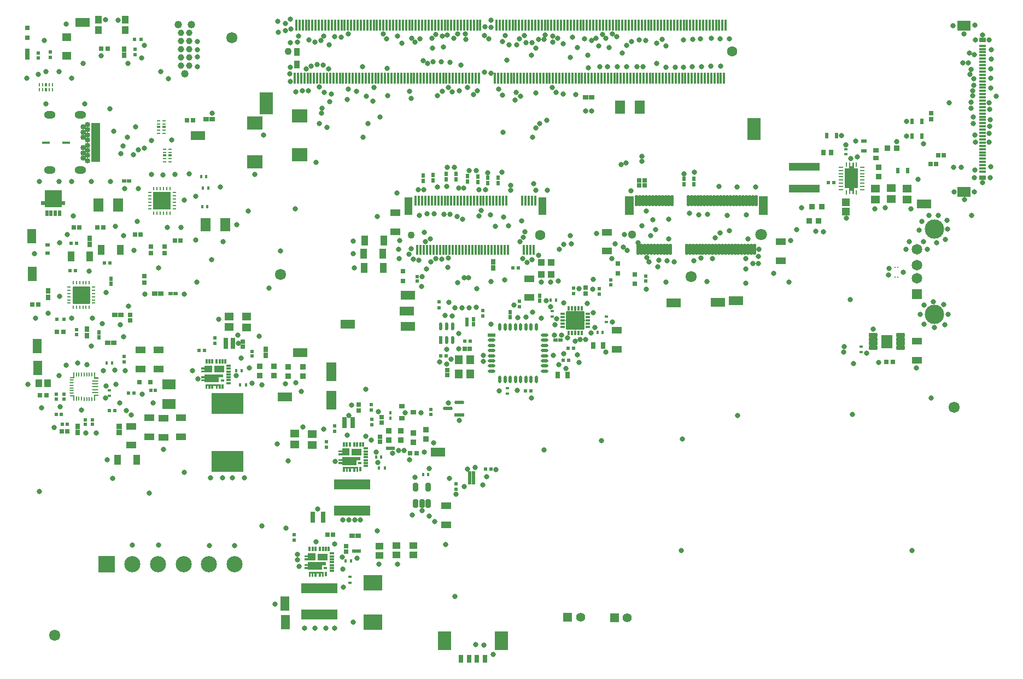
<source format=gbr>
%TF.GenerationSoftware,Altium Limited,Altium Designer,25.8.1 (18)*%
G04 Layer_Color=8388736*
%FSLAX45Y45*%
%MOMM*%
%TF.SameCoordinates,C91546C2-10F2-4142-A55A-9FF34A01A7B4*%
%TF.FilePolarity,Negative*%
%TF.FileFunction,Soldermask,Top*%
%TF.Part,Single*%
G01*
G75*
%TA.AperFunction,SMDPad,CuDef*%
%ADD12R,0.30000X1.75000*%
%ADD20R,0.67248X0.71535*%
%ADD21R,0.30000X1.55000*%
%ADD22R,1.60000X1.05000*%
%ADD23R,0.47247X0.51535*%
%ADD24R,0.71535X0.67248*%
%ADD25R,0.57247X0.61535*%
%ADD26R,0.61535X0.57247*%
%ADD27R,1.05000X1.60000*%
G04:AMPARAMS|DCode=28|XSize=0.24mm|YSize=0.58mm|CornerRadius=0.0504mm|HoleSize=0mm|Usage=FLASHONLY|Rotation=0.000|XOffset=0mm|YOffset=0mm|HoleType=Round|Shape=RoundedRectangle|*
%AMROUNDEDRECTD28*
21,1,0.24000,0.47920,0,0,0.0*
21,1,0.13920,0.58000,0,0,0.0*
1,1,0.10080,0.06960,-0.23960*
1,1,0.10080,-0.06960,-0.23960*
1,1,0.10080,-0.06960,0.23960*
1,1,0.10080,0.06960,0.23960*
%
%ADD28ROUNDEDRECTD28*%
%ADD29R,2.20000X1.40000*%
%ADD30R,0.91213X0.95814*%
%ADD31R,1.60000X3.00000*%
%ADD32R,4.95300X3.17500*%
%ADD33R,0.30000X0.72500*%
%ADD37R,0.50000X0.90000*%
%ADD38R,0.95872X0.91213*%
%ADD39R,0.90000X0.50000*%
%ADD40R,0.50000X0.40000*%
G04:AMPARAMS|DCode=42|XSize=0.24mm|YSize=0.6mm|CornerRadius=0.0504mm|HoleSize=0mm|Usage=FLASHONLY|Rotation=0.000|XOffset=0mm|YOffset=0mm|HoleType=Round|Shape=RoundedRectangle|*
%AMROUNDEDRECTD42*
21,1,0.24000,0.49920,0,0,0.0*
21,1,0.13920,0.60000,0,0,0.0*
1,1,0.10080,0.06960,-0.24960*
1,1,0.10080,-0.06960,-0.24960*
1,1,0.10080,-0.06960,0.24960*
1,1,0.10080,0.06960,0.24960*
%
%ADD42ROUNDEDRECTD42*%
%ADD43R,1.45620X1.25464*%
%ADD44R,0.95814X0.91213*%
G04:AMPARAMS|DCode=47|XSize=2.7mm|YSize=2.7mm|CornerRadius=0.054mm|HoleSize=0mm|Usage=FLASHONLY|Rotation=0.000|XOffset=0mm|YOffset=0mm|HoleType=Round|Shape=RoundedRectangle|*
%AMROUNDEDRECTD47*
21,1,2.70000,2.59200,0,0,0.0*
21,1,2.59200,2.70000,0,0,0.0*
1,1,0.10800,1.29600,-1.29600*
1,1,0.10800,-1.29600,-1.29600*
1,1,0.10800,-1.29600,1.29600*
1,1,0.10800,1.29600,1.29600*
%
%ADD47ROUNDEDRECTD47*%
G04:AMPARAMS|DCode=49|XSize=0.48583mm|YSize=1.18828mm|CornerRadius=0.24292mm|HoleSize=0mm|Usage=FLASHONLY|Rotation=0.000|XOffset=0mm|YOffset=0mm|HoleType=Round|Shape=RoundedRectangle|*
%AMROUNDEDRECTD49*
21,1,0.48583,0.70245,0,0,0.0*
21,1,0.00000,1.18828,0,0,0.0*
1,1,0.48583,0.00000,-0.35123*
1,1,0.48583,0.00000,-0.35123*
1,1,0.48583,0.00000,0.35123*
1,1,0.48583,0.00000,0.35123*
%
%ADD49ROUNDEDRECTD49*%
G04:AMPARAMS|DCode=50|XSize=1.18828mm|YSize=0.48583mm|CornerRadius=0.24292mm|HoleSize=0mm|Usage=FLASHONLY|Rotation=0.000|XOffset=0mm|YOffset=0mm|HoleType=Round|Shape=RoundedRectangle|*
%AMROUNDEDRECTD50*
21,1,1.18828,0.00000,0,0,0.0*
21,1,0.70245,0.48583,0,0,0.0*
1,1,0.48583,0.35123,0.00000*
1,1,0.48583,-0.35123,0.00000*
1,1,0.48583,-0.35123,0.00000*
1,1,0.48583,0.35123,0.00000*
%
%ADD50ROUNDEDRECTD50*%
%ADD51R,1.18828X0.48583*%
%TA.AperFunction,ConnectorPad*%
%ADD54R,0.80000X1.30000*%
%TA.AperFunction,SMDPad,CuDef*%
%ADD55R,2.33000X1.99000*%
%ADD56R,0.40000X0.50000*%
%ADD58R,0.60000X0.50000*%
G04:AMPARAMS|DCode=60|XSize=0.565mm|YSize=0.4mm|CornerRadius=0.05mm|HoleSize=0mm|Usage=FLASHONLY|Rotation=0.000|XOffset=0mm|YOffset=0mm|HoleType=Round|Shape=RoundedRectangle|*
%AMROUNDEDRECTD60*
21,1,0.56500,0.30000,0,0,0.0*
21,1,0.46500,0.40000,0,0,0.0*
1,1,0.10000,0.23250,-0.15000*
1,1,0.10000,-0.23250,-0.15000*
1,1,0.10000,-0.23250,0.15000*
1,1,0.10000,0.23250,0.15000*
%
%ADD60ROUNDEDRECTD60*%
%ADD61R,1.40000X1.30000*%
%ADD62R,0.80000X0.80000*%
G04:AMPARAMS|DCode=63|XSize=0.565mm|YSize=0.4mm|CornerRadius=0.05mm|HoleSize=0mm|Usage=FLASHONLY|Rotation=270.000|XOffset=0mm|YOffset=0mm|HoleType=Round|Shape=RoundedRectangle|*
%AMROUNDEDRECTD63*
21,1,0.56500,0.30000,0,0,270.0*
21,1,0.46500,0.40000,0,0,270.0*
1,1,0.10000,-0.15000,-0.23250*
1,1,0.10000,-0.15000,0.23250*
1,1,0.10000,0.15000,0.23250*
1,1,0.10000,0.15000,-0.23250*
%
%ADD63ROUNDEDRECTD63*%
%ADD66R,2.70000X2.70000*%
%ADD67R,0.60000X0.25000*%
%ADD68R,0.25000X0.60000*%
%ADD70R,1.40000X2.20000*%
%ADD71R,0.80000X0.55000*%
G04:AMPARAMS|DCode=72|XSize=1.20524mm|YSize=0.52981mm|CornerRadius=0.2649mm|HoleSize=0mm|Usage=FLASHONLY|Rotation=90.000|XOffset=0mm|YOffset=0mm|HoleType=Round|Shape=RoundedRectangle|*
%AMROUNDEDRECTD72*
21,1,1.20524,0.00000,0,0,90.0*
21,1,0.67543,0.52981,0,0,90.0*
1,1,0.52980,0.00000,0.33772*
1,1,0.52980,0.00000,-0.33772*
1,1,0.52980,0.00000,-0.33772*
1,1,0.52980,0.00000,0.33772*
%
%ADD72ROUNDEDRECTD72*%
G04:AMPARAMS|DCode=73|XSize=1.52424mm|YSize=0.57799mm|CornerRadius=0.28899mm|HoleSize=0mm|Usage=FLASHONLY|Rotation=180.000|XOffset=0mm|YOffset=0mm|HoleType=Round|Shape=RoundedRectangle|*
%AMROUNDEDRECTD73*
21,1,1.52424,0.00000,0,0,180.0*
21,1,0.94625,0.57799,0,0,180.0*
1,1,0.57799,-0.47313,0.00000*
1,1,0.57799,0.47313,0.00000*
1,1,0.57799,0.47313,0.00000*
1,1,0.57799,-0.47313,0.00000*
%
%ADD73ROUNDEDRECTD73*%
%ADD76R,1.57500X1.05000*%
%ADD77R,0.72500X0.30000*%
%ADD79R,0.45000X0.60000*%
%ADD80R,1.30822X1.00573*%
%ADD81R,2.90000X2.40000*%
%ADD82C,1.08000*%
%ADD83R,0.60000X0.45000*%
%TA.AperFunction,ConnectorPad*%
%ADD84R,0.71535X0.67248*%
%TA.AperFunction,SMDPad,CuDef*%
G04:AMPARAMS|DCode=85|XSize=0.2mm|YSize=0.6mm|CornerRadius=0.05mm|HoleSize=0mm|Usage=FLASHONLY|Rotation=270.000|XOffset=0mm|YOffset=0mm|HoleType=Round|Shape=RoundedRectangle|*
%AMROUNDEDRECTD85*
21,1,0.20000,0.50000,0,0,270.0*
21,1,0.10000,0.60000,0,0,270.0*
1,1,0.10000,-0.25000,-0.05000*
1,1,0.10000,-0.25000,0.05000*
1,1,0.10000,0.25000,0.05000*
1,1,0.10000,0.25000,-0.05000*
%
%ADD85ROUNDEDRECTD85*%
G04:AMPARAMS|DCode=87|XSize=0.2mm|YSize=1mm|CornerRadius=0.05mm|HoleSize=0mm|Usage=FLASHONLY|Rotation=270.000|XOffset=0mm|YOffset=0mm|HoleType=Round|Shape=RoundedRectangle|*
%AMROUNDEDRECTD87*
21,1,0.20000,0.90000,0,0,270.0*
21,1,0.10000,1.00000,0,0,270.0*
1,1,0.10000,-0.45000,-0.05000*
1,1,0.10000,-0.45000,0.05000*
1,1,0.10000,0.45000,0.05000*
1,1,0.10000,0.45000,-0.05000*
%
%ADD87ROUNDEDRECTD87*%
%ADD88R,0.51535X0.47247*%
%ADD91R,5.60000X1.55000*%
G04:AMPARAMS|DCode=92|XSize=0.565mm|YSize=0.2mm|CornerRadius=0.05mm|HoleSize=0mm|Usage=FLASHONLY|Rotation=0.000|XOffset=0mm|YOffset=0mm|HoleType=Round|Shape=RoundedRectangle|*
%AMROUNDEDRECTD92*
21,1,0.56500,0.10000,0,0,0.0*
21,1,0.46500,0.20000,0,0,0.0*
1,1,0.10000,0.23250,-0.05000*
1,1,0.10000,-0.23250,-0.05000*
1,1,0.10000,-0.23250,0.05000*
1,1,0.10000,0.23250,0.05000*
%
%ADD92ROUNDEDRECTD92*%
%ADD93C,0.27233*%
%ADD94C,0.82688*%
%ADD95R,0.58000X0.38000*%
%ADD96R,0.30000X0.73000*%
%ADD97R,0.92000X1.30000*%
%ADD98R,0.28000X0.25000*%
%ADD99R,1.20000X2.75000*%
%ADD100R,0.57247X0.63933*%
%ADD108R,4.70000X1.18000*%
%ADD109R,0.80000X0.80000*%
%ADD110C,0.17501*%
G04:AMPARAMS|DCode=111|XSize=0.6mm|YSize=0.2mm|CornerRadius=0.05mm|HoleSize=0mm|Usage=FLASHONLY|Rotation=270.000|XOffset=0mm|YOffset=0mm|HoleType=Round|Shape=RoundedRectangle|*
%AMROUNDEDRECTD111*
21,1,0.60000,0.10000,0,0,270.0*
21,1,0.50000,0.20000,0,0,270.0*
1,1,0.10000,-0.05000,-0.25000*
1,1,0.10000,-0.05000,0.25000*
1,1,0.10000,0.05000,0.25000*
1,1,0.10000,0.05000,-0.25000*
%
%ADD111ROUNDEDRECTD111*%
G04:AMPARAMS|DCode=112|XSize=0.2mm|YSize=0.95mm|CornerRadius=0.05mm|HoleSize=0mm|Usage=FLASHONLY|Rotation=270.000|XOffset=0mm|YOffset=0mm|HoleType=Round|Shape=RoundedRectangle|*
%AMROUNDEDRECTD112*
21,1,0.20000,0.85000,0,0,270.0*
21,1,0.10000,0.95000,0,0,270.0*
1,1,0.10000,-0.42500,-0.05000*
1,1,0.10000,-0.42500,0.05000*
1,1,0.10000,0.42500,0.05000*
1,1,0.10000,0.42500,-0.05000*
%
%ADD112ROUNDEDRECTD112*%
%ADD113C,0.15750*%
G04:AMPARAMS|DCode=114|XSize=0.68mm|YSize=0.2mm|CornerRadius=0.05mm|HoleSize=0mm|Usage=FLASHONLY|Rotation=270.000|XOffset=0mm|YOffset=0mm|HoleType=Round|Shape=RoundedRectangle|*
%AMROUNDEDRECTD114*
21,1,0.68000,0.10000,0,0,270.0*
21,1,0.58000,0.20000,0,0,270.0*
1,1,0.10000,-0.05000,-0.29000*
1,1,0.10000,-0.05000,0.29000*
1,1,0.10000,0.05000,0.29000*
1,1,0.10000,0.05000,-0.29000*
%
%ADD114ROUNDEDRECTD114*%
G04:AMPARAMS|DCode=115|XSize=0.65mm|YSize=0.2mm|CornerRadius=0.05mm|HoleSize=0mm|Usage=FLASHONLY|Rotation=270.000|XOffset=0mm|YOffset=0mm|HoleType=Round|Shape=RoundedRectangle|*
%AMROUNDEDRECTD115*
21,1,0.65000,0.10000,0,0,270.0*
21,1,0.55000,0.20000,0,0,270.0*
1,1,0.10000,-0.05000,-0.27500*
1,1,0.10000,-0.05000,0.27500*
1,1,0.10000,0.05000,0.27500*
1,1,0.10000,0.05000,-0.27500*
%
%ADD115ROUNDEDRECTD115*%
G04:AMPARAMS|DCode=116|XSize=0.7mm|YSize=0.2mm|CornerRadius=0.05mm|HoleSize=0mm|Usage=FLASHONLY|Rotation=270.000|XOffset=0mm|YOffset=0mm|HoleType=Round|Shape=RoundedRectangle|*
%AMROUNDEDRECTD116*
21,1,0.70000,0.10000,0,0,270.0*
21,1,0.60000,0.20000,0,0,270.0*
1,1,0.10000,-0.05000,-0.30000*
1,1,0.10000,-0.05000,0.30000*
1,1,0.10000,0.05000,0.30000*
1,1,0.10000,0.05000,-0.30000*
%
%ADD116ROUNDEDRECTD116*%
%ADD117C,0.19159*%
G04:AMPARAMS|DCode=118|XSize=0.6mm|YSize=0.24mm|CornerRadius=0.0504mm|HoleSize=0mm|Usage=FLASHONLY|Rotation=0.000|XOffset=0mm|YOffset=0mm|HoleType=Round|Shape=RoundedRectangle|*
%AMROUNDEDRECTD118*
21,1,0.60000,0.13920,0,0,0.0*
21,1,0.49920,0.24000,0,0,0.0*
1,1,0.10080,0.24960,-0.06960*
1,1,0.10080,-0.24960,-0.06960*
1,1,0.10080,-0.24960,0.06960*
1,1,0.10080,0.24960,0.06960*
%
%ADD118ROUNDEDRECTD118*%
G04:AMPARAMS|DCode=119|XSize=0.58mm|YSize=0.24mm|CornerRadius=0.0504mm|HoleSize=0mm|Usage=FLASHONLY|Rotation=0.000|XOffset=0mm|YOffset=0mm|HoleType=Round|Shape=RoundedRectangle|*
%AMROUNDEDRECTD119*
21,1,0.58000,0.13920,0,0,0.0*
21,1,0.47920,0.24000,0,0,0.0*
1,1,0.10080,0.23960,-0.06960*
1,1,0.10080,-0.23960,-0.06960*
1,1,0.10080,-0.23960,0.06960*
1,1,0.10080,0.23960,0.06960*
%
%ADD119ROUNDEDRECTD119*%
%ADD120R,0.97200X0.80200*%
%ADD121R,0.52981X1.20524*%
%ADD122R,0.75000X1.00000*%
%ADD123R,0.86213X0.73504*%
%ADD124R,0.96213X0.93504*%
%ADD125R,0.60000X0.60000*%
%ADD126R,1.20000X1.40000*%
%TA.AperFunction,ConnectorPad*%
%ADD127R,2.10000X3.00000*%
%TA.AperFunction,SMDPad,CuDef*%
%ADD128R,1.52424X0.57799*%
%ADD130R,0.73504X0.86213*%
G04:AMPARAMS|DCode=132|XSize=0.565mm|YSize=0.2mm|CornerRadius=0.05mm|HoleSize=0mm|Usage=FLASHONLY|Rotation=270.000|XOffset=0mm|YOffset=0mm|HoleType=Round|Shape=RoundedRectangle|*
%AMROUNDEDRECTD132*
21,1,0.56500,0.10000,0,0,270.0*
21,1,0.46500,0.20000,0,0,270.0*
1,1,0.10000,-0.05000,-0.23250*
1,1,0.10000,-0.05000,0.23250*
1,1,0.10000,0.05000,0.23250*
1,1,0.10000,0.05000,-0.23250*
%
%ADD132ROUNDEDRECTD132*%
%ADD133R,2.00000X3.50000*%
%TA.AperFunction,ComponentPad*%
%ADD153C,2.50000*%
%ADD159C,1.10000*%
%ADD160C,1.60000*%
%ADD161R,2.50000X2.50000*%
%TA.AperFunction,WasherPad*%
%ADD162C,1.10000*%
%ADD163C,1.60000*%
%TA.AperFunction,ViaPad*%
%ADD164C,0.60000*%
%TA.AperFunction,SMDPad,CuDef*%
%ADD171R,0.71000X0.66000*%
%ADD172R,1.05000X0.40000*%
%ADD173R,0.76000X0.81000*%
%ADD174R,0.61000X0.56000*%
%ADD175R,0.65000X0.60000*%
%ADD176R,0.58000X0.63000*%
%ADD177R,0.78000X0.83000*%
%ADD178R,0.60000X0.65000*%
G04:AMPARAMS|DCode=179|XSize=0.5mm|YSize=1.75mm|CornerRadius=0.1225mm|HoleSize=0mm|Usage=FLASHONLY|Rotation=0.000|XOffset=0mm|YOffset=0mm|HoleType=Round|Shape=RoundedRectangle|*
%AMROUNDEDRECTD179*
21,1,0.50000,1.50500,0,0,0.0*
21,1,0.25500,1.75000,0,0,0.0*
1,1,0.24500,0.12750,-0.75250*
1,1,0.24500,-0.12750,-0.75250*
1,1,0.24500,-0.12750,0.75250*
1,1,0.24500,0.12750,0.75250*
%
%ADD179ROUNDEDRECTD179*%
%ADD180R,1.00000X1.10000*%
%ADD181R,2.05000X1.55000*%
G04:AMPARAMS|DCode=182|XSize=0.65mm|YSize=1.35mm|CornerRadius=0.1495mm|HoleSize=0mm|Usage=FLASHONLY|Rotation=90.000|XOffset=0mm|YOffset=0mm|HoleType=Round|Shape=RoundedRectangle|*
%AMROUNDEDRECTD182*
21,1,0.65000,1.05100,0,0,90.0*
21,1,0.35100,1.35000,0,0,90.0*
1,1,0.29900,0.52550,0.17550*
1,1,0.29900,0.52550,-0.17550*
1,1,0.29900,-0.52550,-0.17550*
1,1,0.29900,-0.52550,0.17550*
%
%ADD182ROUNDEDRECTD182*%
%ADD183R,0.85000X0.80000*%
%ADD184R,1.10000X0.75000*%
%ADD185R,2.10000X1.60000*%
%ADD186R,1.25000X1.15000*%
G04:AMPARAMS|DCode=187|XSize=1.77mm|YSize=2.09mm|CornerRadius=0.1471mm|HoleSize=0mm|Usage=FLASHONLY|Rotation=0.000|XOffset=0mm|YOffset=0mm|HoleType=Round|Shape=RoundedRectangle|*
%AMROUNDEDRECTD187*
21,1,1.77000,1.79580,0,0,0.0*
21,1,1.47580,2.09000,0,0,0.0*
1,1,0.29420,0.73790,-0.89790*
1,1,0.29420,-0.73790,-0.89790*
1,1,0.29420,-0.73790,0.89790*
1,1,0.29420,0.73790,0.89790*
%
%ADD187ROUNDEDRECTD187*%
G04:AMPARAMS|DCode=188|XSize=2.85mm|YSize=2.85mm|CornerRadius=0.129mm|HoleSize=0mm|Usage=FLASHONLY|Rotation=0.000|XOffset=0mm|YOffset=0mm|HoleType=Round|Shape=RoundedRectangle|*
%AMROUNDEDRECTD188*
21,1,2.85000,2.59200,0,0,0.0*
21,1,2.59200,2.85000,0,0,0.0*
1,1,0.25800,1.29600,-1.29600*
1,1,0.25800,-1.29600,-1.29600*
1,1,0.25800,-1.29600,1.29600*
1,1,0.25800,1.29600,1.29600*
%
%ADD188ROUNDEDRECTD188*%
G04:AMPARAMS|DCode=189|XSize=0.39mm|YSize=0.75mm|CornerRadius=0.1254mm|HoleSize=0mm|Usage=FLASHONLY|Rotation=90.000|XOffset=0mm|YOffset=0mm|HoleType=Round|Shape=RoundedRectangle|*
%AMROUNDEDRECTD189*
21,1,0.39000,0.49920,0,0,90.0*
21,1,0.13920,0.75000,0,0,90.0*
1,1,0.25080,0.24960,0.06960*
1,1,0.25080,0.24960,-0.06960*
1,1,0.25080,-0.24960,-0.06960*
1,1,0.25080,-0.24960,0.06960*
%
%ADD189ROUNDEDRECTD189*%
G04:AMPARAMS|DCode=190|XSize=0.39mm|YSize=0.75mm|CornerRadius=0.1254mm|HoleSize=0mm|Usage=FLASHONLY|Rotation=0.000|XOffset=0mm|YOffset=0mm|HoleType=Round|Shape=RoundedRectangle|*
%AMROUNDEDRECTD190*
21,1,0.39000,0.49920,0,0,0.0*
21,1,0.13920,0.75000,0,0,0.0*
1,1,0.25080,0.06960,-0.24960*
1,1,0.25080,-0.06960,-0.24960*
1,1,0.25080,-0.06960,0.24960*
1,1,0.25080,0.06960,0.24960*
%
%ADD190ROUNDEDRECTD190*%
%ADD191R,0.69000X0.65000*%
%ADD192R,0.62000X0.51000*%
%TA.AperFunction,BGAPad,CuDef*%
%ADD193C,0.98700*%
%TA.AperFunction,SMDPad,CuDef*%
%ADD194R,1.10000X1.20000*%
%ADD195R,1.40000X0.50000*%
%ADD196R,1.20000X0.40000*%
%ADD197R,0.65000X0.69000*%
%ADD198R,0.45000X0.56000*%
%ADD199R,0.80000X0.85000*%
G04:AMPARAMS|DCode=200|XSize=1.41mm|YSize=0.79mm|CornerRadius=0.17375mm|HoleSize=0mm|Usage=FLASHONLY|Rotation=90.000|XOffset=0mm|YOffset=0mm|HoleType=Round|Shape=RoundedRectangle|*
%AMROUNDEDRECTD200*
21,1,1.41000,0.44250,0,0,90.0*
21,1,1.06250,0.79000,0,0,90.0*
1,1,0.34750,0.22125,0.53125*
1,1,0.34750,0.22125,-0.53125*
1,1,0.34750,-0.22125,-0.53125*
1,1,0.34750,-0.22125,0.53125*
%
%ADD200ROUNDEDRECTD200*%
%ADD201R,0.80000X0.85000*%
%ADD202R,1.05000X1.15000*%
%ADD203R,0.85000X0.89000*%
%ADD204R,0.70000X0.75000*%
%ADD205R,0.55000X0.90000*%
G04:AMPARAMS|DCode=206|XSize=1.4mm|YSize=2.95mm|CornerRadius=0.19mm|HoleSize=0mm|Usage=FLASHONLY|Rotation=0.000|XOffset=0mm|YOffset=0mm|HoleType=Round|Shape=RoundedRectangle|*
%AMROUNDEDRECTD206*
21,1,1.40000,2.57000,0,0,0.0*
21,1,1.02000,2.95000,0,0,0.0*
1,1,0.38000,0.51000,-1.28500*
1,1,0.38000,-0.51000,-1.28500*
1,1,0.38000,-0.51000,1.28500*
1,1,0.38000,0.51000,1.28500*
%
%ADD206ROUNDEDRECTD206*%
%ADD207R,0.75000X0.75000*%
%ADD208R,0.70000X0.75000*%
%ADD209R,0.65000X0.65000*%
%ADD210R,0.63000X0.51000*%
%ADD211R,1.55000X2.05000*%
%ADD212R,0.75000X0.70000*%
%ADD213R,0.63000X0.58000*%
%ADD214R,0.73000X0.68000*%
%ADD215R,0.65000X0.65000*%
%TA.AperFunction,ComponentPad*%
%ADD216C,3.00000*%
%ADD217C,1.65000*%
%ADD218C,0.85000*%
%ADD219O,1.80000X1.20000*%
%ADD220C,1.19100*%
%ADD221R,1.40000X1.40000*%
%ADD222C,1.40000*%
%TA.AperFunction,WasherPad*%
%ADD223C,1.72400*%
%TA.AperFunction,ComponentPad*%
%ADD224R,1.65000X1.65000*%
%ADD225C,1.80000*%
%ADD226C,1.30000*%
%TA.AperFunction,ViaPad*%
%ADD227C,0.80320*%
G36*
X15503641Y10389760D02*
X15504634D01*
X15506471Y10388998D01*
X15507878Y10387592D01*
X15508640Y10385754D01*
Y10384760D01*
X15508640Y10384760D01*
Y10297260D01*
X15568640Y10297260D01*
X15569633D01*
X15571472Y10296498D01*
X15572878Y10295092D01*
X15573639Y10293254D01*
Y10292260D01*
X15573640D01*
X15573639Y10002260D01*
X15573640Y10001265D01*
X15572878Y9999428D01*
X15571472Y9998021D01*
X15569633Y9997260D01*
X15568639Y9997260D01*
X15508640D01*
X15508640Y9904760D01*
Y9903765D01*
X15507878Y9901928D01*
X15506471Y9900521D01*
X15504634Y9899760D01*
X15503641Y9899760D01*
X15503641Y9899760D01*
X15493639D01*
X15492645Y9899760D01*
X15490807Y9900521D01*
X15489401Y9901927D01*
X15488638Y9903765D01*
X15488640Y9904760D01*
Y9904760D01*
X15488640Y9952260D01*
X15453641D01*
X15453641Y9904760D01*
Y9903765D01*
X15452879Y9901928D01*
X15451472Y9900521D01*
X15449634Y9899760D01*
X15437645D01*
X15435808Y9900521D01*
X15434401Y9901928D01*
X15433640Y9903765D01*
Y9904759D01*
Y9904760D01*
Y9992260D01*
X15372646D01*
X15370808Y9993021D01*
X15369402Y9994428D01*
X15368640Y9996265D01*
Y9997260D01*
Y9997260D01*
Y10292260D01*
Y10293254D01*
X15369402Y10295092D01*
X15370808Y10296498D01*
X15372646Y10297260D01*
X15373640Y10297259D01*
Y10297260D01*
X15433640D01*
Y10384760D01*
Y10385754D01*
X15434401Y10387592D01*
X15435808Y10388998D01*
X15437645Y10389760D01*
X15438640Y10389759D01*
Y10389760D01*
X15448640Y10389760D01*
X15449635Y10389760D01*
X15451472Y10388999D01*
X15452879Y10387592D01*
X15453641Y10385754D01*
X15453641Y10384760D01*
X15453641Y10384760D01*
X15453641Y10337260D01*
X15488640D01*
Y10384760D01*
Y10385754D01*
X15489401Y10387592D01*
X15490807Y10388998D01*
X15492645Y10389760D01*
X15493639Y10389759D01*
X15493640Y10389760D01*
X15503641Y10389760D01*
D02*
G37*
G36*
X3242500Y9790000D02*
X3295500D01*
Y9730000D01*
X3242500D01*
Y9700000D01*
X2977500D01*
Y9730000D01*
X2924500D01*
Y9790000D01*
X2977500D01*
Y9960000D01*
X3242500D01*
Y9790000D01*
D02*
G37*
G36*
X5571250Y7140000D02*
X5401250D01*
Y7170000D01*
X5456250D01*
Y7185000D01*
X5401250D01*
Y7215000D01*
X5456250D01*
Y7245000D01*
X5571250D01*
Y7140000D01*
D02*
G37*
G36*
X3755000Y7140000D02*
X3755994D01*
X3757832Y7139239D01*
X3759239Y7137832D01*
X3760000Y7135994D01*
Y7135000D01*
X3760000D01*
Y7065000D01*
X3805000Y7065000D01*
X3805994D01*
X3807832Y7064239D01*
X3809239Y7062832D01*
X3809999Y7060995D01*
Y7060000D01*
X3810000D01*
X3809999Y7050000D01*
X3810000Y7049005D01*
X3809239Y7047168D01*
X3807832Y7045761D01*
X3805994Y7045000D01*
X3805000D01*
X3805000Y7045000D01*
X3745000Y7045000D01*
X3744005Y7045000D01*
X3742167Y7045761D01*
X3740761Y7047168D01*
X3739999Y7049005D01*
X3740000Y7050000D01*
X3740000Y7135000D01*
X3740000Y7135995D01*
X3740761Y7137832D01*
X3742168Y7139239D01*
X3744005Y7140000D01*
X3745000Y7140000D01*
X3745000Y7140000D01*
X3755000Y7140000D01*
D02*
G37*
G36*
X3437832Y7139239D02*
X3439239Y7137832D01*
X3440000Y7135995D01*
X3440000Y7135000D01*
X3440000Y7055000D01*
X3440000Y7055000D01*
X3440000Y7054005D01*
X3439239Y7052167D01*
X3437833Y7050761D01*
X3435994Y7050000D01*
X3435000Y7050000D01*
X3375000D01*
X3374005Y7050000D01*
X3372167Y7050761D01*
X3370761Y7052168D01*
X3370000Y7054005D01*
X3370000Y7055000D01*
Y7065000D01*
X3370000Y7065995D01*
X3370761Y7067832D01*
X3372167Y7069239D01*
X3374005Y7070000D01*
X3375000Y7070000D01*
X3420000Y7070000D01*
Y7135000D01*
Y7135994D01*
X3420761Y7137832D01*
X3422168Y7139238D01*
X3424005Y7140000D01*
X3425000D01*
X3435000Y7140000D01*
Y7140000D01*
X3435994Y7140000D01*
X3437832Y7139239D01*
D02*
G37*
G36*
X5738750Y7064500D02*
X5673750D01*
Y6990000D01*
X5456250D01*
Y7005000D01*
X5401250D01*
Y7035000D01*
X5456250D01*
Y7050000D01*
X5401250D01*
Y7080000D01*
X5456250D01*
Y7110000D01*
X5738750D01*
Y7064500D01*
D02*
G37*
G36*
X5703750Y6887500D02*
X5673750D01*
Y6932500D01*
X5658750D01*
Y6887500D01*
X5628750D01*
Y6932500D01*
X5588750D01*
Y6887500D01*
X5558750D01*
Y6932500D01*
X5543750D01*
Y6887500D01*
X5513750D01*
Y6932500D01*
X5498750D01*
Y6887500D01*
X5468750D01*
Y6960000D01*
X5703750D01*
Y6887500D01*
D02*
G37*
G36*
X3805000Y6795000D02*
X3805994D01*
X3807832Y6794239D01*
X3809239Y6792832D01*
X3810000Y6790995D01*
X3809999Y6790000D01*
X3810000Y6780000D01*
X3810000Y6780000D01*
X3810000Y6779005D01*
X3809239Y6777168D01*
X3807832Y6775761D01*
X3805994Y6775000D01*
X3805000Y6775000D01*
X3760000D01*
Y6705000D01*
X3760000Y6705000D01*
X3760000Y6704006D01*
X3759239Y6702168D01*
X3757832Y6700761D01*
X3755994Y6700000D01*
X3755000Y6700000D01*
X3745000D01*
X3744005Y6700000D01*
X3742168Y6700761D01*
X3740761Y6702168D01*
X3740000Y6704005D01*
X3740000Y6705000D01*
X3740000Y6790000D01*
Y6790000D01*
X3739999Y6790995D01*
X3740761Y6792832D01*
X3742167Y6794239D01*
X3744005Y6795000D01*
X3745000Y6795000D01*
X3805000Y6795000D01*
X3805000Y6795000D01*
D02*
G37*
G36*
X3437833Y6789239D02*
X3439240Y6787833D01*
X3440000Y6785995D01*
X3440000Y6785000D01*
X3440000D01*
X3440000Y6705000D01*
X3440000Y6704005D01*
X3439239Y6702168D01*
X3437832Y6700761D01*
X3435994Y6700000D01*
X3435000Y6700000D01*
X3424005D01*
X3422168Y6700762D01*
X3420761Y6702168D01*
X3420000Y6704006D01*
Y6705000D01*
Y6705000D01*
Y6770000D01*
X3375000D01*
X3374005Y6770000D01*
X3372167Y6770761D01*
X3370761Y6772168D01*
X3370000Y6774006D01*
X3370000Y6775000D01*
Y6775000D01*
Y6785000D01*
X3370000Y6785995D01*
X3370761Y6787832D01*
X3372167Y6789239D01*
X3374005Y6790000D01*
X3375000D01*
Y6790000D01*
X3435000Y6790000D01*
X3435995Y6790000D01*
X3437833Y6789239D01*
D02*
G37*
G36*
X7701250Y5857301D02*
X7531250D01*
Y5887301D01*
X7586250D01*
Y5902301D01*
X7531250D01*
Y5932301D01*
X7586250D01*
Y5962301D01*
X7701250D01*
Y5857301D01*
D02*
G37*
G36*
X7868750Y5781801D02*
X7803750D01*
Y5707301D01*
X7586250D01*
Y5722301D01*
X7531250D01*
Y5752301D01*
X7586250D01*
Y5767301D01*
X7531250D01*
Y5797301D01*
X7586250D01*
Y5827301D01*
X7868750D01*
Y5781801D01*
D02*
G37*
G36*
X7833750Y5604801D02*
X7803750D01*
Y5649801D01*
X7788750D01*
Y5604801D01*
X7758750D01*
Y5649801D01*
X7718750D01*
Y5604801D01*
X7688750D01*
Y5649801D01*
X7673750D01*
Y5604801D01*
X7643750D01*
Y5649801D01*
X7628750D01*
Y5604801D01*
X7598750D01*
Y5677301D01*
X7833750D01*
Y5604801D01*
D02*
G37*
G36*
X7170000Y4232500D02*
X7000000D01*
Y4262500D01*
X7055000D01*
Y4277500D01*
X7000000D01*
Y4307500D01*
X7055000D01*
Y4337500D01*
X7170000D01*
Y4232500D01*
D02*
G37*
G36*
X7337500Y4157000D02*
X7272500D01*
Y4082500D01*
X7055000D01*
Y4097500D01*
X7000000D01*
Y4127500D01*
X7055000D01*
Y4142500D01*
X7000000D01*
Y4172500D01*
X7055000D01*
Y4202500D01*
X7337500D01*
Y4157000D01*
D02*
G37*
G36*
X7302500Y3980000D02*
X7272500D01*
Y4025000D01*
X7257500D01*
Y3980000D01*
X7227500D01*
Y4025000D01*
X7187500D01*
Y3980000D01*
X7157500D01*
Y4025000D01*
X7142500D01*
Y3980000D01*
X7112500D01*
Y4025000D01*
X7097500D01*
Y3980000D01*
X7067500D01*
Y4052500D01*
X7302500D01*
Y3980000D01*
D02*
G37*
D12*
X11975000Y12520000D02*
D03*
X11675000D02*
D03*
X11925000D02*
D03*
X13525000D02*
D03*
X13375000D02*
D03*
X13225000D02*
D03*
X13075000D02*
D03*
X12925000D02*
D03*
X12775000D02*
D03*
X13500000Y11700000D02*
D03*
X13350000D02*
D03*
X13200000D02*
D03*
X13050000D02*
D03*
X12900000D02*
D03*
X12750000D02*
D03*
X12475000Y12520000D02*
D03*
X12325000D02*
D03*
X12625000D02*
D03*
X12025000D02*
D03*
X11875000D02*
D03*
X12175000D02*
D03*
X11575000D02*
D03*
X11725000D02*
D03*
X10875000D02*
D03*
X11425000D02*
D03*
X10725000D02*
D03*
X10575000D02*
D03*
X10425000D02*
D03*
X10175000D02*
D03*
X10025000D02*
D03*
X10325000D02*
D03*
X9375000D02*
D03*
X9675000D02*
D03*
X9525000D02*
D03*
X12600000Y11700000D02*
D03*
X12450000D02*
D03*
X12300000D02*
D03*
X12150000D02*
D03*
X11700000D02*
D03*
X12000000D02*
D03*
X11850000D02*
D03*
X11400000D02*
D03*
X11550000D02*
D03*
X11000000D02*
D03*
X10250000D02*
D03*
X10100000D02*
D03*
X9550000D02*
D03*
X9400000D02*
D03*
X9950000D02*
D03*
X9700000D02*
D03*
X9075000Y12520000D02*
D03*
X9225000D02*
D03*
X8925000D02*
D03*
X8325000D02*
D03*
X7575000D02*
D03*
X7325000D02*
D03*
X7275000D02*
D03*
X7225000D02*
D03*
X7125000D02*
D03*
X7175000D02*
D03*
X9100000Y11700000D02*
D03*
X9250000D02*
D03*
X8950000D02*
D03*
X8350000D02*
D03*
X7200000D02*
D03*
X7300000D02*
D03*
X7250000D02*
D03*
X7150000D02*
D03*
X7100000D02*
D03*
X11050000D02*
D03*
X11625000Y12520000D02*
D03*
X11525000D02*
D03*
X11825000D02*
D03*
X11100000Y11700000D02*
D03*
X11475000Y12520000D02*
D03*
X11775000D02*
D03*
X7075000D02*
D03*
X7025000D02*
D03*
X6975000D02*
D03*
X7050000Y11700000D02*
D03*
X7000000D02*
D03*
X6950000D02*
D03*
X6925000Y12520000D02*
D03*
X6875000D02*
D03*
X6900000Y11700000D02*
D03*
X9600000D02*
D03*
X9650000D02*
D03*
X10475000Y12520000D02*
D03*
X10525000D02*
D03*
X10225000D02*
D03*
X9300000Y11700000D02*
D03*
X9625000Y12520000D02*
D03*
X9475000D02*
D03*
X9575000D02*
D03*
X10125000D02*
D03*
X9425000D02*
D03*
X10075000D02*
D03*
X10275000D02*
D03*
X9350000Y11700000D02*
D03*
X8825000Y12520000D02*
D03*
X10150000Y11700000D02*
D03*
X10200000D02*
D03*
X10050000D02*
D03*
X9500000D02*
D03*
X12650000D02*
D03*
X8875000Y12520000D02*
D03*
X8850000Y11700000D02*
D03*
X7400000D02*
D03*
X7450000D02*
D03*
X11025000Y12520000D02*
D03*
X11075000D02*
D03*
X10975000D02*
D03*
X10925000D02*
D03*
X9000000Y11700000D02*
D03*
X9050000D02*
D03*
X9125000Y12520000D02*
D03*
X8625000D02*
D03*
X8575000D02*
D03*
X9175000D02*
D03*
X10775000D02*
D03*
X10825000D02*
D03*
X10000000Y11700000D02*
D03*
X9450000D02*
D03*
X6850000D02*
D03*
X7350000D02*
D03*
X7500000D02*
D03*
X7550000D02*
D03*
X7600000D02*
D03*
X7650000D02*
D03*
X7700000D02*
D03*
X7750000D02*
D03*
X7800000D02*
D03*
X7850000D02*
D03*
X7900000D02*
D03*
X7950000D02*
D03*
X8000000D02*
D03*
X8050000D02*
D03*
X8100000D02*
D03*
X8150000D02*
D03*
X8200000D02*
D03*
X8250000D02*
D03*
X8300000D02*
D03*
X8400000D02*
D03*
X8450000D02*
D03*
X8500000D02*
D03*
X8550000D02*
D03*
X8600000D02*
D03*
X8650000D02*
D03*
X8700000D02*
D03*
X8750000D02*
D03*
X8900000D02*
D03*
X9150000D02*
D03*
X9200000D02*
D03*
X7425000Y12520000D02*
D03*
X7475000D02*
D03*
X7525000D02*
D03*
X7625000D02*
D03*
X7675000D02*
D03*
X7725000D02*
D03*
X7775000D02*
D03*
X7825000D02*
D03*
X7875000D02*
D03*
X7925000D02*
D03*
X7975000D02*
D03*
X8025000D02*
D03*
X8075000D02*
D03*
X8125000D02*
D03*
X8175000D02*
D03*
X8225000D02*
D03*
X8275000D02*
D03*
X8375000D02*
D03*
X8425000D02*
D03*
X8475000D02*
D03*
X8525000D02*
D03*
X8675000D02*
D03*
X8725000D02*
D03*
X9275000D02*
D03*
X9325000D02*
D03*
X9725000D02*
D03*
X10300000Y11700000D02*
D03*
X10350000D02*
D03*
X10400000D02*
D03*
X10450000D02*
D03*
X10500000D02*
D03*
X10550000D02*
D03*
X10600000D02*
D03*
X10650000D02*
D03*
X10700000D02*
D03*
X10750000D02*
D03*
X10800000D02*
D03*
X10850000D02*
D03*
X10900000D02*
D03*
X10950000D02*
D03*
X11150000D02*
D03*
X11200000D02*
D03*
X11250000D02*
D03*
X11300000D02*
D03*
X11350000D02*
D03*
X11450000D02*
D03*
X11500000D02*
D03*
X11600000D02*
D03*
X11650000D02*
D03*
X11750000D02*
D03*
X11800000D02*
D03*
X11900000D02*
D03*
X11950000D02*
D03*
X12050000D02*
D03*
X12100000D02*
D03*
X12200000D02*
D03*
X12250000D02*
D03*
X12350000D02*
D03*
X12400000D02*
D03*
X12500000D02*
D03*
X12550000D02*
D03*
X12700000D02*
D03*
X12800000D02*
D03*
X12850000D02*
D03*
X12950000D02*
D03*
X13000000D02*
D03*
X13100000D02*
D03*
X13150000D02*
D03*
X13250000D02*
D03*
X13300000D02*
D03*
X13400000D02*
D03*
X13450000D02*
D03*
X9975000Y12520000D02*
D03*
X10375000D02*
D03*
X10625000D02*
D03*
X10675000D02*
D03*
X11125000D02*
D03*
X11175000D02*
D03*
X11225000D02*
D03*
X11275000D02*
D03*
X11325000D02*
D03*
X11375000D02*
D03*
X12075000D02*
D03*
X12125000D02*
D03*
X12225000D02*
D03*
X12275000D02*
D03*
X12375000D02*
D03*
X12425000D02*
D03*
X12525000D02*
D03*
X12575000D02*
D03*
X12675000D02*
D03*
X12725000D02*
D03*
X12825000D02*
D03*
X12875000D02*
D03*
X12975000D02*
D03*
X13025000D02*
D03*
X13125000D02*
D03*
X13175000D02*
D03*
X13275000D02*
D03*
X13325000D02*
D03*
X13425000D02*
D03*
X13475000D02*
D03*
X8800000Y11700000D02*
D03*
X8975000Y12520000D02*
D03*
X9025000D02*
D03*
X8775000D02*
D03*
X7375000D02*
D03*
D20*
X16708121Y11155680D02*
D03*
X11353487Y8455256D02*
D03*
X16708121Y11059967D02*
D03*
X4838476Y8991112D02*
D03*
X4620000Y8992144D02*
D03*
X4520000Y8630000D02*
D03*
X7840000Y6645713D02*
D03*
X11353487Y8359544D02*
D03*
X7840000Y6550000D02*
D03*
X4620000Y9087856D02*
D03*
X4838476Y9086824D02*
D03*
X4520000Y8534287D02*
D03*
D21*
X10550257Y9042100D02*
D03*
X10450257D02*
D03*
X9150257D02*
D03*
X10500257D02*
D03*
X9050257D02*
D03*
X9000257D02*
D03*
X9100257D02*
D03*
X8800257D02*
D03*
X8750257D02*
D03*
X10475257Y9797100D02*
D03*
X10575257D02*
D03*
X10525257D02*
D03*
X10125257D02*
D03*
X9975257D02*
D03*
X9825257D02*
D03*
X9675257D02*
D03*
X9525257D02*
D03*
X9375257D02*
D03*
X9075257D02*
D03*
X8925257D02*
D03*
X9225257D02*
D03*
X8775257D02*
D03*
X8725257D02*
D03*
X8975257D02*
D03*
X9025257D02*
D03*
X9325257D02*
D03*
X9575257D02*
D03*
X9625257D02*
D03*
X9875257D02*
D03*
X10375257D02*
D03*
X10425257D02*
D03*
X8850257Y9042100D02*
D03*
X8900257D02*
D03*
X8950257D02*
D03*
X9200257D02*
D03*
X9250257D02*
D03*
X9300257D02*
D03*
X9350257D02*
D03*
X9400257D02*
D03*
X9450257D02*
D03*
X9500257D02*
D03*
X9550257D02*
D03*
X9600257D02*
D03*
X9650257D02*
D03*
X9700257D02*
D03*
X9750257D02*
D03*
X9800257D02*
D03*
X9850257D02*
D03*
X9900257D02*
D03*
X10100257D02*
D03*
X10150257D02*
D03*
X10400257D02*
D03*
X10025257Y9797100D02*
D03*
X9125257D02*
D03*
X9725257D02*
D03*
X9950257Y9042100D02*
D03*
X9475257Y9797100D02*
D03*
X8875257D02*
D03*
X10000257Y9042100D02*
D03*
X10075257Y9797100D02*
D03*
X9425257D02*
D03*
X9175257D02*
D03*
X8825257D02*
D03*
X9775257D02*
D03*
X10050257Y9042100D02*
D03*
X9275257Y9797100D02*
D03*
X9925257D02*
D03*
D22*
X11687404Y9018479D02*
D03*
X14376401Y8869320D02*
D03*
X8412480Y9319260D02*
D03*
X14376401Y9164320D02*
D03*
X16484599Y7330440D02*
D03*
X11687404Y9313479D02*
D03*
X10479740Y8593838D02*
D03*
X11838059Y7500000D02*
D03*
X8412480Y9614260D02*
D03*
X9200000Y4782500D02*
D03*
X4740000Y7195000D02*
D03*
X4460000D02*
D03*
X5090000Y6142500D02*
D03*
X4820000Y6132500D02*
D03*
X4320000Y6307500D02*
D03*
X4594600Y6142746D02*
D03*
X16484599Y7625440D02*
D03*
X11838059Y7795000D02*
D03*
X4460000Y7490000D02*
D03*
X4740000D02*
D03*
X4320000Y6012500D02*
D03*
X4594600Y6437746D02*
D03*
X4820000Y6427500D02*
D03*
X5090000Y6437500D02*
D03*
X9200000Y5077500D02*
D03*
X10479740Y8298838D02*
D03*
D23*
X12288520Y8559800D02*
D03*
X11748684Y8494499D02*
D03*
X8745220Y8628136D02*
D03*
X2880000Y12087857D02*
D03*
X3470000Y7724287D02*
D03*
X2880000Y12012144D02*
D03*
X3470000Y7800000D02*
D03*
X8745220Y8552424D02*
D03*
X11748684Y8570212D02*
D03*
X12288520Y8635513D02*
D03*
D24*
X16014288Y7300000D02*
D03*
X2784288Y8190000D02*
D03*
X2908199Y6785976D02*
D03*
X8640000Y5890000D02*
D03*
X8735713D02*
D03*
X5277811Y11043607D02*
D03*
X5182099D02*
D03*
X2880000Y8190000D02*
D03*
X3003911Y6785976D02*
D03*
X3951433Y12152529D02*
D03*
X3855720D02*
D03*
X16110001Y7300000D02*
D03*
D25*
X11567160Y8435016D02*
D03*
X11165840Y8450256D02*
D03*
X10334504Y8240883D02*
D03*
X9765544Y8098132D02*
D03*
X9085580Y8231493D02*
D03*
X4378960Y12058027D02*
D03*
X3070000Y12102857D02*
D03*
X8037647Y6640523D02*
D03*
X8040507Y6417876D02*
D03*
X7344726Y6070169D02*
D03*
X9352280Y5331460D02*
D03*
X5612647Y7674285D02*
D03*
X4210000Y7304287D02*
D03*
X7344726Y5984457D02*
D03*
X5612647Y7588573D02*
D03*
X9765544Y8012419D02*
D03*
X11165840Y8364544D02*
D03*
X3070000Y12017144D02*
D03*
X4210000Y7390000D02*
D03*
X8040507Y6332164D02*
D03*
X7470000Y6230000D02*
D03*
Y6315713D02*
D03*
X6841666Y4626879D02*
D03*
Y4541167D02*
D03*
X4378960Y12143740D02*
D03*
X9352280Y5417173D02*
D03*
X10334504Y8155171D02*
D03*
X9085580Y8145780D02*
D03*
X8037647Y6554811D02*
D03*
X11567160Y8349304D02*
D03*
D26*
X10312969Y8757855D02*
D03*
X10227257D02*
D03*
X11170273Y7513320D02*
D03*
X11093424Y7330673D02*
D03*
X10424807Y6855460D02*
D03*
X9483004Y7623619D02*
D03*
X9887573Y5646420D02*
D03*
X3906031Y8835976D02*
D03*
X3452856Y8720000D02*
D03*
X9197267Y7400206D02*
D03*
X4362856Y6820000D02*
D03*
X4065712Y6550000D02*
D03*
X3980000D02*
D03*
X11084560Y7513320D02*
D03*
X15110783Y10081260D02*
D03*
X15196497D02*
D03*
X3472856Y9140000D02*
D03*
X3387144D02*
D03*
X3367144Y8720000D02*
D03*
X3991743Y8835976D02*
D03*
X4277144Y6820000D02*
D03*
X5452856Y7480000D02*
D03*
X5367144D02*
D03*
X9801860Y5646420D02*
D03*
X9568716Y7623619D02*
D03*
X11007711Y7330673D02*
D03*
X9111554Y7400206D02*
D03*
X10510520Y6855460D02*
D03*
D27*
X8227060Y9182100D02*
D03*
X8221980Y8760460D02*
D03*
X8211018Y8982120D02*
D03*
X7932060Y9182100D02*
D03*
X7916018Y8982120D02*
D03*
X7926980Y8760460D02*
D03*
X3852500Y9040000D02*
D03*
X3678941Y8935976D02*
D03*
X4405000Y5790000D02*
D03*
X3383940Y8935976D02*
D03*
X4147500Y9040000D02*
D03*
X4110000Y5790000D02*
D03*
D28*
X3670000Y8147500D02*
D03*
X3620000D02*
D03*
X3470000D02*
D03*
X3670000Y8530000D02*
D03*
X3620000D02*
D03*
X3570000D02*
D03*
X3520000D02*
D03*
X3470000D02*
D03*
X3420000D02*
D03*
X3570000Y8147500D02*
D03*
X3520000D02*
D03*
X3420000D02*
D03*
D29*
X6934853Y7451206D02*
D03*
X6700000Y6760000D02*
D03*
X7668260Y7886700D02*
D03*
X12717780Y8219440D02*
D03*
X16596359Y9748520D02*
D03*
X5349240Y10812780D02*
D03*
X13682980Y8249920D02*
D03*
X13401041Y8229600D02*
D03*
X8603632Y7852367D02*
D03*
X8590280Y8087360D02*
D03*
X8605520Y8333740D02*
D03*
X3564456Y12562900D02*
D03*
X9065000Y5905000D02*
D03*
D30*
X6980000Y7225399D02*
D03*
X6745779Y7225088D02*
D03*
X6529166Y7236693D02*
D03*
X6305592D02*
D03*
X8879247Y6105662D02*
D03*
X8688034Y6057602D02*
D03*
X8496820Y6088728D02*
D03*
X8305607Y6091256D02*
D03*
X6980000Y7080000D02*
D03*
X6745779Y7079689D02*
D03*
X6529166Y7091294D02*
D03*
X6305592D02*
D03*
X8496820Y6234127D02*
D03*
X8305607Y6236655D02*
D03*
X8688034Y6203001D02*
D03*
X8879247Y6251061D02*
D03*
D31*
X7420000Y7150000D02*
D03*
Y6710000D02*
D03*
D32*
X5808980Y5759450D02*
D03*
Y6661150D02*
D03*
D33*
X5778750Y7311250D02*
D03*
X7377500Y4403750D02*
D03*
X7172500D02*
D03*
X7082500D02*
D03*
X7127500D02*
D03*
X7242500D02*
D03*
X7287500D02*
D03*
X7332500D02*
D03*
X7703750Y6028551D02*
D03*
X5573750Y7311250D02*
D03*
X5643750D02*
D03*
X5528750D02*
D03*
X5483750D02*
D03*
X5688750D02*
D03*
X5733750D02*
D03*
X7818750Y6028551D02*
D03*
X7773750D02*
D03*
X7863750D02*
D03*
X7658750D02*
D03*
X7613750D02*
D03*
X7908750D02*
D03*
D37*
X16411288Y11030720D02*
D03*
X16412141Y10797540D02*
D03*
X15238799Y10810240D02*
D03*
X16341159Y10269220D02*
D03*
X16561287Y11030720D02*
D03*
X16562138Y10797540D02*
D03*
X15088802Y10810240D02*
D03*
X16191161Y10269220D02*
D03*
D38*
X16174918Y10610772D02*
D03*
X16029576D02*
D03*
D39*
X15661639Y10720139D02*
D03*
Y10570141D02*
D03*
D40*
X15382320Y10597260D02*
D03*
X15620000Y7460000D02*
D03*
X10838180Y8089900D02*
D03*
X11676380Y7922900D02*
D03*
X10142567Y6816065D02*
D03*
X11676380Y8002900D02*
D03*
X10838180Y8009900D02*
D03*
X15382320Y10517260D02*
D03*
X3980180Y6779900D02*
D03*
Y6859900D02*
D03*
X15620000Y7540000D02*
D03*
X10142567Y6896064D02*
D03*
D42*
X15546140Y10359760D02*
D03*
Y9929760D02*
D03*
X15396140D02*
D03*
Y10359760D02*
D03*
D43*
X16330679Y9821696D02*
D03*
X16085060Y9830563D02*
D03*
X15839439Y9820882D02*
D03*
X6103857Y8004208D02*
D03*
X5832837Y8010069D02*
D03*
X7117893Y6183945D02*
D03*
X6846873Y6190071D02*
D03*
X7117893Y6018789D02*
D03*
X5832837Y7844912D02*
D03*
X6103857Y7839052D02*
D03*
X6846873Y6024915D02*
D03*
X15839439Y9986038D02*
D03*
X16330679Y9986852D02*
D03*
X16085060Y9995719D02*
D03*
D44*
X14863976Y9711453D02*
D03*
X14814241Y9491980D02*
D03*
X15009375Y9711453D02*
D03*
X14959639Y9491980D02*
D03*
D47*
X3545000Y8338750D02*
D03*
D49*
X10590000Y7849121D02*
D03*
X10350000D02*
D03*
Y7030879D02*
D03*
X10030000D02*
D03*
X10110000D02*
D03*
X10190000D02*
D03*
X10270000D02*
D03*
X10430000D02*
D03*
X10590000D02*
D03*
X10270000Y7849121D02*
D03*
X10190000D02*
D03*
X10110000D02*
D03*
X10030000D02*
D03*
X10510000Y7030879D02*
D03*
Y7849121D02*
D03*
X10430000D02*
D03*
D50*
X10719121Y7400000D02*
D03*
X9900879Y7320000D02*
D03*
Y7640000D02*
D03*
Y7560000D02*
D03*
Y7480000D02*
D03*
X10719121Y7160000D02*
D03*
Y7560000D02*
D03*
Y7640000D02*
D03*
X9900879Y7160000D02*
D03*
Y7240000D02*
D03*
X10719121D02*
D03*
Y7720000D02*
D03*
Y7320000D02*
D03*
X9900879Y7400000D02*
D03*
X10719121Y7480000D02*
D03*
D51*
X9900879Y7720000D02*
D03*
D54*
X9798860Y2708300D02*
D03*
X9423860D02*
D03*
X9548860D02*
D03*
X9673860D02*
D03*
D55*
X6927888Y10510900D02*
D03*
X6236846Y10403212D02*
D03*
X6927888Y11112900D02*
D03*
X6236846Y11005212D02*
D03*
D56*
X5510980Y9999600D02*
D03*
X5500000Y9710000D02*
D03*
X5480000Y10170000D02*
D03*
X8920000Y5560000D02*
D03*
X8190000Y5830000D02*
D03*
X7721610Y4219200D02*
D03*
X6026650Y7167295D02*
D03*
X4020000Y7290000D02*
D03*
X3940000D02*
D03*
X5400000Y10170000D02*
D03*
X5420000Y9710000D02*
D03*
X5430980Y9999600D02*
D03*
X8110000Y5830000D02*
D03*
X5946650Y7167295D02*
D03*
X7641610Y4219200D02*
D03*
X8840000Y5560000D02*
D03*
X10895320Y8260080D02*
D03*
X10815320D02*
D03*
X11621231Y7756940D02*
D03*
X11541231D02*
D03*
D58*
X4470617Y12294907D02*
D03*
X4370617D02*
D03*
D60*
X4830000Y10940000D02*
D03*
X4746500D02*
D03*
X4838250Y10500000D02*
D03*
X4921750D02*
D03*
D61*
X3320000Y12335000D02*
D03*
Y12045000D02*
D03*
D62*
X2710000Y12475000D02*
D03*
X8524240Y8704720D02*
D03*
Y8554720D02*
D03*
X2710000Y12325000D02*
D03*
X11852287Y8675979D02*
D03*
Y8825979D02*
D03*
X12113011Y8510910D02*
D03*
Y8660910D02*
D03*
D63*
X3000000Y11516500D02*
D03*
Y11600000D02*
D03*
D66*
X4795000Y9800000D02*
D03*
D67*
X4985000Y9825000D02*
D03*
X4605000Y9775000D02*
D03*
Y9825000D02*
D03*
Y9725000D02*
D03*
Y9675000D02*
D03*
X4985000D02*
D03*
Y9725000D02*
D03*
Y9775000D02*
D03*
Y9875000D02*
D03*
Y9925000D02*
D03*
X4605000D02*
D03*
Y9875000D02*
D03*
D68*
X4820000Y9990000D02*
D03*
X4920000D02*
D03*
X4870000D02*
D03*
X4770000D02*
D03*
X4720000D02*
D03*
X4670000D02*
D03*
Y9610000D02*
D03*
X4720000D02*
D03*
X4770000D02*
D03*
X4870000D02*
D03*
X4920000D02*
D03*
X4820000D02*
D03*
D70*
X2780000Y9250000D02*
D03*
X2860000Y7550000D02*
D03*
X6700000Y3560000D02*
D03*
X6710977Y3274600D02*
D03*
X2790000Y8670000D02*
D03*
X2870000Y7210000D02*
D03*
D71*
X3020000Y8987500D02*
D03*
Y9112500D02*
D03*
D72*
X9204960Y7644492D02*
D03*
X9109960Y7854588D02*
D03*
X9204960D02*
D03*
X9299960D02*
D03*
Y7644492D02*
D03*
D73*
X9402038Y6675000D02*
D03*
X9220000Y6580000D02*
D03*
D76*
X7810000Y5909801D02*
D03*
X7278750Y4285000D02*
D03*
X5680000Y7192500D02*
D03*
D77*
X7955000Y5917301D02*
D03*
Y5782301D02*
D03*
X7423750Y4292500D02*
D03*
Y4157500D02*
D03*
X5825000Y7200000D02*
D03*
Y7065000D02*
D03*
X7423750Y4337500D02*
D03*
Y4247500D02*
D03*
Y4202500D02*
D03*
Y4112500D02*
D03*
Y4067500D02*
D03*
X5825000Y6975000D02*
D03*
Y7110000D02*
D03*
Y7020000D02*
D03*
Y7245000D02*
D03*
Y7155000D02*
D03*
X7955000Y5827301D02*
D03*
Y5692301D02*
D03*
Y5737301D02*
D03*
Y5872301D02*
D03*
Y5962301D02*
D03*
D79*
X8250520Y5657100D02*
D03*
X6100000Y6950000D02*
D03*
X6005000D02*
D03*
X8155520Y5657100D02*
D03*
D80*
X8691200Y4315585D02*
D03*
X8425800Y4313760D02*
D03*
X8160400Y4302130D02*
D03*
X8691200Y4460833D02*
D03*
X8425800Y4459008D02*
D03*
X8160400Y4447378D02*
D03*
D81*
X8060000Y3275000D02*
D03*
Y3885000D02*
D03*
D82*
X7700000Y5767301D02*
D03*
X7168750Y4142500D02*
D03*
X5570000Y7050000D02*
D03*
D83*
X7710000Y3882500D02*
D03*
Y3977500D02*
D03*
D84*
X3171690Y7770976D02*
D03*
X3267403D02*
D03*
D85*
X3400000Y6980000D02*
D03*
Y7020000D02*
D03*
Y6820000D02*
D03*
Y6860000D02*
D03*
Y6900000D02*
D03*
Y6940000D02*
D03*
D87*
X3760000Y6920000D02*
D03*
Y6830000D02*
D03*
Y6965000D02*
D03*
Y6875000D02*
D03*
D88*
X3160000Y6490000D02*
D03*
X3235713D02*
D03*
D91*
X7230669Y3392100D02*
D03*
Y3797100D02*
D03*
X7741189Y5404600D02*
D03*
Y4999600D02*
D03*
D92*
X4746500Y11040000D02*
D03*
Y10990000D02*
D03*
Y10890000D02*
D03*
Y10840000D02*
D03*
X4830000D02*
D03*
Y10890000D02*
D03*
Y10990000D02*
D03*
Y11040000D02*
D03*
X4921750Y10600000D02*
D03*
Y10550000D02*
D03*
Y10450000D02*
D03*
Y10400000D02*
D03*
X4838250D02*
D03*
Y10450000D02*
D03*
Y10550000D02*
D03*
Y10600000D02*
D03*
D93*
X7085625Y4034375D02*
D03*
X5486875Y6941875D02*
D03*
X7616875Y5659176D02*
D03*
D94*
X7111563Y4291562D02*
D03*
X7642813Y5916364D02*
D03*
X5512813Y7199063D02*
D03*
D95*
X7328500Y4111000D02*
D03*
X5729750Y7018500D02*
D03*
X7859750Y5735801D02*
D03*
D96*
X7332500Y4016500D02*
D03*
X5733750Y6924000D02*
D03*
X7863750Y5641301D02*
D03*
D97*
X6883400Y11913100D02*
D03*
Y12103100D02*
D03*
D98*
X16190199Y8771449D02*
D03*
Y8611946D02*
D03*
X16146201D02*
D03*
Y8771449D02*
D03*
D99*
X8615257Y9719600D02*
D03*
X10685257D02*
D03*
D100*
X9352280Y10131042D02*
D03*
X9841844Y10075162D02*
D03*
X9195034Y10133708D02*
D03*
X8994135Y10112895D02*
D03*
X9999092Y10075175D02*
D03*
X8836894Y10105745D02*
D03*
X9527350Y10094555D02*
D03*
X9684597Y10091324D02*
D03*
Y10174639D02*
D03*
X8836894Y10189060D02*
D03*
X8994135Y10196210D02*
D03*
X9195034Y10217023D02*
D03*
X13034991Y10141191D02*
D03*
Y10057876D02*
D03*
X12876874Y10141191D02*
D03*
Y10057876D02*
D03*
X9999092Y10158490D02*
D03*
X9841844Y10158477D02*
D03*
X9527350Y10177870D02*
D03*
X9352280Y10214358D02*
D03*
D108*
X14741579Y10322560D02*
D03*
Y9991560D02*
D03*
D109*
X4615000Y6990000D02*
D03*
X4450000D02*
D03*
D110*
X3753125Y6781875D02*
D03*
X3426875Y6776875D02*
D03*
D111*
X3590000Y7110000D02*
D03*
X3630000D02*
D03*
X3710000D02*
D03*
X3670000D02*
D03*
X3470000D02*
D03*
X3630000Y6730000D02*
D03*
X3590000D02*
D03*
X3510000Y7110000D02*
D03*
X3550000D02*
D03*
X3670000Y6730000D02*
D03*
X3710000D02*
D03*
D112*
X3762500Y7010000D02*
D03*
D113*
X3413750Y7061250D02*
D03*
D114*
X3550000Y6734000D02*
D03*
D115*
X3510000Y6732500D02*
D03*
D116*
X3470000Y6735000D02*
D03*
D117*
X3753125Y7056875D02*
D03*
D118*
X15306140Y9969760D02*
D03*
X15636140Y10319760D02*
D03*
Y10269760D02*
D03*
Y10219760D02*
D03*
Y10169760D02*
D03*
Y10119760D02*
D03*
Y10069760D02*
D03*
Y10019760D02*
D03*
Y9969760D02*
D03*
X15306140Y10019760D02*
D03*
Y10069760D02*
D03*
Y10119760D02*
D03*
Y10169760D02*
D03*
Y10219760D02*
D03*
Y10269760D02*
D03*
Y10319760D02*
D03*
D119*
X3353750Y8363750D02*
D03*
Y8313750D02*
D03*
Y8213750D02*
D03*
X3736250Y8313750D02*
D03*
X3353750Y8413750D02*
D03*
Y8263750D02*
D03*
Y8463750D02*
D03*
X3736250Y8263750D02*
D03*
Y8363750D02*
D03*
Y8463750D02*
D03*
Y8413750D02*
D03*
Y8213750D02*
D03*
D120*
X8510000Y6430000D02*
D03*
Y6620000D02*
D03*
X8687000Y6525000D02*
D03*
D121*
X9109960Y7644492D02*
D03*
D122*
X11474380Y7559040D02*
D03*
X11624380D02*
D03*
X11072000Y7099300D02*
D03*
X10922000D02*
D03*
D123*
X15851640Y10459235D02*
D03*
Y10582314D02*
D03*
D124*
X15889372Y10175202D02*
D03*
Y10318281D02*
D03*
D125*
X3170000Y7960000D02*
D03*
X3275000D02*
D03*
D126*
X9565000Y7120000D02*
D03*
Y7340000D02*
D03*
X9395000D02*
D03*
Y7120000D02*
D03*
D127*
X9168860Y2983300D02*
D03*
X10053860D02*
D03*
D128*
X9402038Y6485000D02*
D03*
D130*
X15036761Y10546060D02*
D03*
X15159840D02*
D03*
D132*
X3100000Y11516500D02*
D03*
X3050000D02*
D03*
X2950000D02*
D03*
X2900000D02*
D03*
Y11600000D02*
D03*
X2950000D02*
D03*
X3050000D02*
D03*
X3100000D02*
D03*
D133*
X6412500Y11310000D02*
D03*
X13962500Y10910000D02*
D03*
D153*
X5920000Y4170000D02*
D03*
X5524000D02*
D03*
X4336000D02*
D03*
X4732000D02*
D03*
X5128000D02*
D03*
D159*
X8650257Y9269600D02*
D03*
D160*
X10650257D02*
D03*
D161*
X3940000Y4170000D02*
D03*
D162*
X6747500Y12110000D02*
D03*
D163*
X13627499D02*
D03*
D164*
X15548640Y10197260D02*
D03*
Y10092260D02*
D03*
X15471140D02*
D03*
Y10197260D02*
D03*
Y10272260D02*
D03*
X15393640Y10092260D02*
D03*
Y10197260D02*
D03*
X15471140Y10017260D02*
D03*
X3545000Y8448750D02*
D03*
Y8338750D02*
D03*
X3655000D02*
D03*
X3545000Y8228750D02*
D03*
X3435000Y8338750D02*
D03*
D171*
X16898000Y10504105D02*
D03*
X16813000D02*
D03*
X16778560Y10365740D02*
D03*
X16693559D02*
D03*
D172*
X17500000Y11650000D02*
D03*
Y11350000D02*
D03*
Y11300000D02*
D03*
Y11250000D02*
D03*
Y11200000D02*
D03*
Y11950000D02*
D03*
Y10450000D02*
D03*
Y10900000D02*
D03*
Y11600000D02*
D03*
Y12150000D02*
D03*
Y11850000D02*
D03*
Y12000000D02*
D03*
Y11550000D02*
D03*
Y11700000D02*
D03*
Y11400000D02*
D03*
Y11100000D02*
D03*
Y11050000D02*
D03*
Y10950000D02*
D03*
Y11000000D02*
D03*
Y10850000D02*
D03*
Y10750000D02*
D03*
Y10800000D02*
D03*
Y10700000D02*
D03*
Y10350000D02*
D03*
Y10300000D02*
D03*
Y11500000D02*
D03*
Y10650000D02*
D03*
Y10400000D02*
D03*
Y11900000D02*
D03*
Y12100000D02*
D03*
Y11800000D02*
D03*
Y10600000D02*
D03*
Y11450000D02*
D03*
Y12050000D02*
D03*
Y11750000D02*
D03*
Y10250000D02*
D03*
Y10500000D02*
D03*
Y10550000D02*
D03*
Y11150000D02*
D03*
Y12200000D02*
D03*
D173*
X9923780Y8756900D02*
D03*
Y8851900D02*
D03*
D174*
X4695759Y6859600D02*
D03*
X4620759D02*
D03*
D175*
X5005000Y8360000D02*
D03*
X10966950Y7639201D02*
D03*
X4210000Y10110000D02*
D03*
X8370450Y5965778D02*
D03*
X7845000Y4370000D02*
D03*
X4285000Y10110000D02*
D03*
X4930000Y8360000D02*
D03*
X8295450Y5965778D02*
D03*
X7770000Y4370000D02*
D03*
X10891950Y7639201D02*
D03*
D176*
X3715467Y6335148D02*
D03*
X3160000Y6725000D02*
D03*
X3280000D02*
D03*
X6190000Y7467500D02*
D03*
X3610067Y6334965D02*
D03*
X3280000Y6800000D02*
D03*
X3160000D02*
D03*
X3715467Y6410148D02*
D03*
X3610067Y6409965D02*
D03*
X8960000Y6565000D02*
D03*
Y6490000D02*
D03*
X6190000Y7392500D02*
D03*
D177*
X6400000Y7497500D02*
D03*
X3489667Y6307232D02*
D03*
Y6212232D02*
D03*
X6400000Y7402500D02*
D03*
D178*
X3820000Y7757500D02*
D03*
X10645140Y8327460D02*
D03*
X10190480Y8076600D02*
D03*
Y8001600D02*
D03*
X4010000Y8515000D02*
D03*
Y8590000D02*
D03*
X3820000Y7682500D02*
D03*
X9514321Y7884141D02*
D03*
Y7959141D02*
D03*
X9621520Y7885360D02*
D03*
Y7960360D02*
D03*
X10645140Y8252460D02*
D03*
D179*
X13970760Y9048410D02*
D03*
X13920760D02*
D03*
X12220759D02*
D03*
X12170759D02*
D03*
X13695760Y9803410D02*
D03*
X13995760D02*
D03*
X13845760D02*
D03*
X13395760D02*
D03*
X13245760D02*
D03*
X12295759D02*
D03*
X12145759D02*
D03*
X13095760D02*
D03*
X12945760D02*
D03*
X13545760D02*
D03*
X12570759Y9048410D02*
D03*
X12620759D02*
D03*
X13945760Y9803410D02*
D03*
X13895760D02*
D03*
X13870760Y9048410D02*
D03*
X13820760D02*
D03*
X13795760Y9803410D02*
D03*
X13770760Y9048410D02*
D03*
X13745760Y9803410D02*
D03*
X13720760Y9048410D02*
D03*
X13670760D02*
D03*
X13645760Y9803410D02*
D03*
X13620760Y9048410D02*
D03*
X13595760Y9803410D02*
D03*
X13570760Y9048410D02*
D03*
X13520760D02*
D03*
X13495760Y9803410D02*
D03*
X13470760Y9048410D02*
D03*
X13445760Y9803410D02*
D03*
X13420760Y9048410D02*
D03*
X13345760Y9803410D02*
D03*
X13320760Y9048410D02*
D03*
X13295760Y9803410D02*
D03*
X13270760Y9048410D02*
D03*
X13220760D02*
D03*
X13195760Y9803410D02*
D03*
X13170760Y9048410D02*
D03*
X13145760Y9803410D02*
D03*
X13120760Y9048410D02*
D03*
X13070760D02*
D03*
X12695759Y9803410D02*
D03*
X12645759D02*
D03*
X12595759D02*
D03*
X12545759D02*
D03*
X12520759Y9048410D02*
D03*
X12495759Y9803410D02*
D03*
X12470759Y9048410D02*
D03*
X12445759Y9803410D02*
D03*
X12395759D02*
D03*
X12345759D02*
D03*
X12245759D02*
D03*
X12195759D02*
D03*
X12270759Y9048410D02*
D03*
X12320759D02*
D03*
X12370759D02*
D03*
X12420759D02*
D03*
X12995760Y9803410D02*
D03*
X13045760D02*
D03*
X12920760Y9048410D02*
D03*
X12670759D02*
D03*
X13020760D02*
D03*
X12970760D02*
D03*
X13370760D02*
D03*
D180*
X10817640Y8659506D02*
D03*
X10672640D02*
D03*
X10817640Y8844506D02*
D03*
X10672640D02*
D03*
D181*
X4903659Y6652212D02*
D03*
Y6957212D02*
D03*
D182*
X15807500Y7522500D02*
D03*
Y7717500D02*
D03*
X16232500Y7587500D02*
D03*
Y7652500D02*
D03*
Y7717500D02*
D03*
Y7522500D02*
D03*
X15807500Y7587500D02*
D03*
Y7652500D02*
D03*
D183*
X11447020Y11404600D02*
D03*
X5573780Y11059160D02*
D03*
X5478780D02*
D03*
X7740000Y4610000D02*
D03*
X7835000D02*
D03*
X11352020Y11404600D02*
D03*
X4777500Y8360000D02*
D03*
X4682500D02*
D03*
X4157500Y8030000D02*
D03*
X4062500D02*
D03*
X3952500Y7600000D02*
D03*
X4047500D02*
D03*
D184*
X17500000Y12290000D02*
D03*
Y10160000D02*
D03*
D185*
X17217999Y12510000D02*
D03*
Y9940000D02*
D03*
D186*
X15388506Y9630260D02*
D03*
Y9775260D02*
D03*
D187*
X16020000Y7620000D02*
D03*
D188*
X11193780Y7945120D02*
D03*
D189*
X11001280D02*
D03*
X11386280Y8045120D02*
D03*
X11001280Y7995120D02*
D03*
Y8045120D02*
D03*
X11386280Y7995120D02*
D03*
Y7845120D02*
D03*
X11001280D02*
D03*
Y7895120D02*
D03*
X11386280D02*
D03*
Y7945120D02*
D03*
D190*
X11193780Y7752620D02*
D03*
X11093780Y8135120D02*
D03*
X11193780D02*
D03*
X11293780D02*
D03*
Y7752620D02*
D03*
X11243780D02*
D03*
X11093780D02*
D03*
X11143780D02*
D03*
X11243780Y8135120D02*
D03*
X11143780D02*
D03*
D191*
X9484668Y7505000D02*
D03*
X9562668D02*
D03*
D192*
X9618000Y5481720D02*
D03*
X9559000Y5431720D02*
D03*
Y5481720D02*
D03*
X9618000Y5581720D02*
D03*
X9559000D02*
D03*
Y5531720D02*
D03*
X9618000D02*
D03*
D193*
X5214915Y12270212D02*
D03*
Y12397212D02*
D03*
X5087915D02*
D03*
Y12270212D02*
D03*
Y12143212D02*
D03*
Y12016212D02*
D03*
Y11889212D02*
D03*
X5214915D02*
D03*
Y12143212D02*
D03*
Y12016212D02*
D03*
D194*
X4223280Y12602200D02*
D03*
X3813280D02*
D03*
Y12442200D02*
D03*
X4223280D02*
D03*
D195*
X3768000Y10975000D02*
D03*
Y10425000D02*
D03*
Y10475000D02*
D03*
Y10525000D02*
D03*
Y10625000D02*
D03*
Y10675000D02*
D03*
Y10725000D02*
D03*
Y10775000D02*
D03*
Y10875000D02*
D03*
Y10925000D02*
D03*
Y10825000D02*
D03*
Y10575000D02*
D03*
D196*
X3310000Y10700000D02*
D03*
X3000000D02*
D03*
D197*
X4300000Y7951000D02*
D03*
X9214600Y7177916D02*
D03*
X4300000Y8029000D02*
D03*
X9214600Y7099916D02*
D03*
D198*
X8332900Y6516904D02*
D03*
Y6432904D02*
D03*
D199*
X7622667Y6402100D02*
D03*
X7748738D02*
D03*
X7288750Y4943750D02*
D03*
X7130000Y4945000D02*
D03*
X5895400Y7635000D02*
D03*
X5780000D02*
D03*
X5895400Y7550000D02*
D03*
X2710000Y12112501D02*
D03*
Y12027500D02*
D03*
X7622667Y6317100D02*
D03*
X7748738D02*
D03*
X7130000Y4860000D02*
D03*
X7288750Y4858750D02*
D03*
X5780000Y7550000D02*
D03*
D200*
X8820000Y5114500D02*
D03*
X8915000Y5365500D02*
D03*
X8725000Y5114500D02*
D03*
X8915000D02*
D03*
X8725000Y5365500D02*
D03*
D201*
X3630000Y7712500D02*
D03*
X4211320Y12148060D02*
D03*
Y12053060D02*
D03*
X3680000Y9217500D02*
D03*
Y9122500D02*
D03*
X3030000Y8305000D02*
D03*
Y8400000D02*
D03*
X3630000Y7807500D02*
D03*
D202*
X3027500Y6970000D02*
D03*
X2892500D02*
D03*
D203*
X4134600Y6308164D02*
D03*
Y6210164D02*
D03*
D204*
X7649167Y4449600D02*
D03*
Y4364600D02*
D03*
X8200000Y6452500D02*
D03*
Y6367500D02*
D03*
D205*
X3077500Y9607500D02*
D03*
X3207500D02*
D03*
X3142500D02*
D03*
X3012500D02*
D03*
D206*
X14105759Y9725910D02*
D03*
X12035759D02*
D03*
D207*
X3795000Y9390000D02*
D03*
X3885000D02*
D03*
D208*
X8170000Y6070000D02*
D03*
Y6145000D02*
D03*
D209*
X6050000Y7540000D02*
D03*
Y7620000D02*
D03*
X12185871Y10115910D02*
D03*
Y10035910D02*
D03*
X12272040Y10115910D02*
D03*
Y10035910D02*
D03*
D210*
X9617500Y5431720D02*
D03*
D211*
X12192200Y11247120D02*
D03*
X11887200D02*
D03*
X4112500Y9730000D02*
D03*
X3807500D02*
D03*
X5467500Y9430000D02*
D03*
X5772500D02*
D03*
D212*
X3515000Y9390000D02*
D03*
X3430000D02*
D03*
X4465000Y9280000D02*
D03*
X4380000D02*
D03*
X4995000Y9180000D02*
D03*
X5080000D02*
D03*
D213*
X3250000Y6340000D02*
D03*
X3325000D02*
D03*
D214*
X3246040Y6229600D02*
D03*
X3331040D02*
D03*
D215*
X7360000Y4630000D02*
D03*
X7440000D02*
D03*
D216*
X16756599Y9357000D02*
D03*
Y8043000D02*
D03*
D217*
X16485600Y9050000D02*
D03*
Y8800000D02*
D03*
Y8600000D02*
D03*
D218*
X3643000Y10980000D02*
D03*
Y10500000D02*
D03*
Y10900000D02*
D03*
Y10420000D02*
D03*
Y10740000D02*
D03*
Y10660000D02*
D03*
X3573000Y10780000D02*
D03*
Y10620000D02*
D03*
Y10860000D02*
D03*
Y10940000D02*
D03*
Y10460000D02*
D03*
Y10540000D02*
D03*
X3643000Y10580000D02*
D03*
Y10820000D02*
D03*
D219*
X3528000Y11127000D02*
D03*
Y10273000D02*
D03*
X3055000Y11127000D02*
D03*
Y10273000D02*
D03*
D220*
X5049915Y12524212D02*
D03*
X5252915D02*
D03*
X5151415Y11762212D02*
D03*
D221*
X11078540Y3351420D02*
D03*
X11799900Y3343800D02*
D03*
D222*
X11278540Y3351420D02*
D03*
X11999900Y3343800D02*
D03*
D223*
X6631940Y8661400D02*
D03*
X12992101Y8620760D02*
D03*
X5880000Y12320000D02*
D03*
X3130000Y3070000D02*
D03*
X17060001Y6600000D02*
D03*
D224*
X16485600Y8350000D02*
D03*
D225*
X14070760Y9275910D02*
D03*
D226*
X12070759D02*
D03*
D227*
X15534641Y10721340D02*
D03*
X15565120Y10482580D02*
D03*
X15460980Y10457180D02*
D03*
X12070080Y12263120D02*
D03*
X17368520Y11689080D02*
D03*
X17604739Y11318240D02*
D03*
X17612360Y11216640D02*
D03*
X17325340Y11323320D02*
D03*
X16984979Y11318240D02*
D03*
X17325340Y11229340D02*
D03*
X14038580Y9047480D02*
D03*
X14033501Y8935720D02*
D03*
X12171680Y9151620D02*
D03*
X11938000Y9080500D02*
D03*
X11998960Y9027160D02*
D03*
X14033501Y8829040D02*
D03*
X13949680Y8823960D02*
D03*
X12298680Y8430260D02*
D03*
X11254740Y8440420D02*
D03*
X11463020Y8432800D02*
D03*
X15707359Y7437120D02*
D03*
X15892780Y7294880D02*
D03*
X10528300Y8884920D02*
D03*
X10378440Y8902700D02*
D03*
X10452100Y8844280D02*
D03*
X9230360Y8910320D02*
D03*
X9131300Y8897620D02*
D03*
X9034780Y8900160D02*
D03*
X8956040Y8854440D02*
D03*
X10815320Y8542020D02*
D03*
X10673080D02*
D03*
X9672320Y8437880D02*
D03*
X8950960Y9212580D02*
D03*
X8875257Y9167119D02*
D03*
X8656320Y9055100D02*
D03*
X8623300Y8973820D02*
D03*
X8890000Y8745220D02*
D03*
X8770620Y8874760D02*
D03*
X8684260Y8892540D02*
D03*
X5140000Y8350000D02*
D03*
X6300000Y7700000D02*
D03*
X3870000Y7900000D02*
D03*
X6020000Y7360000D02*
D03*
X6150000Y7210000D02*
D03*
X6069788Y5505334D02*
D03*
X4660000Y6670000D02*
D03*
X5729230Y5510378D02*
D03*
X5889789Y5505334D02*
D03*
X5549230Y5510378D02*
D03*
X3220000Y6610000D02*
D03*
X3780000Y6200000D02*
D03*
X17195799Y11935460D02*
D03*
X11671300Y12313920D02*
D03*
X11991340Y12202160D02*
D03*
X17365981Y11584940D02*
D03*
X16393159Y9674860D02*
D03*
X15994380Y9687560D02*
D03*
X15831821Y9677400D02*
D03*
X16327119Y11026140D02*
D03*
X16174220Y10716852D02*
D03*
X16322040Y10800080D02*
D03*
X15320454Y10808056D02*
D03*
X15382240Y10665460D02*
D03*
X17602200Y12288520D02*
D03*
X17498061Y12369800D02*
D03*
X17635220Y12141200D02*
D03*
X17383760Y12517120D02*
D03*
X17048480Y12512040D02*
D03*
X17211040Y12382500D02*
D03*
X17388840Y12291060D02*
D03*
X17637241Y11994400D02*
D03*
X17632680Y11844020D02*
D03*
Y11696700D02*
D03*
X17711420Y11422380D02*
D03*
X17632680Y11546840D02*
D03*
X17621519Y11050000D02*
D03*
X17354649Y11098630D02*
D03*
X13578841Y12306300D02*
D03*
X13439140D02*
D03*
X13304520Y12316460D02*
D03*
X13131799Y12303760D02*
D03*
X13017500Y12296140D02*
D03*
X12870180Y12291060D02*
D03*
X13449300Y11884660D02*
D03*
X13296899Y11882120D02*
D03*
X13147040Y11879580D02*
D03*
X13007339Y11871960D02*
D03*
X12872720Y11869420D02*
D03*
X12745720Y11866880D02*
D03*
X17609821Y10949940D02*
D03*
X17607280Y10843260D02*
D03*
X17383760Y10820400D02*
D03*
X17355820Y10995660D02*
D03*
X17607280Y10706100D02*
D03*
X17630141Y10330180D02*
D03*
X17619980Y10157460D02*
D03*
X17503140Y10078720D02*
D03*
X17388840Y10708640D02*
D03*
X17383760Y10276840D02*
D03*
X17051019Y10317480D02*
D03*
X17373599Y10160000D02*
D03*
X16583659Y10680700D02*
D03*
X16504919Y10134600D02*
D03*
X13990320Y10012680D02*
D03*
X13423900Y10022840D02*
D03*
X13698219Y10015220D02*
D03*
X12542520Y12296140D02*
D03*
X12283440Y12278360D02*
D03*
X12184380Y12288520D02*
D03*
X10927080Y12316460D02*
D03*
X11341100Y12303760D02*
D03*
X9890760Y12593320D02*
D03*
X10727992Y12369800D02*
D03*
X10403840Y12357100D02*
D03*
X9794240Y12491720D02*
D03*
X9888220Y12484100D02*
D03*
X12600940Y12194540D02*
D03*
X12456160Y12240260D02*
D03*
X11920220Y12085320D02*
D03*
X12458700Y11925300D02*
D03*
X11559540Y12197080D02*
D03*
X11717020Y12169140D02*
D03*
X12603480Y11864340D02*
D03*
X12148820Y11871960D02*
D03*
X11993880D02*
D03*
X12247880D02*
D03*
X11844020D02*
D03*
X11697080Y11879200D02*
D03*
X11577320Y11877040D02*
D03*
X10586720Y12161520D02*
D03*
X10170160Y12214860D02*
D03*
X10139680Y11978640D02*
D03*
X11394680Y11856480D02*
D03*
X9886710Y11774800D02*
D03*
X9786620Y11786570D02*
D03*
X9420577Y11902448D02*
D03*
X10840720Y11551920D02*
D03*
X10345420Y11414760D02*
D03*
X10548620Y10060940D02*
D03*
X17371060Y9939020D02*
D03*
X17061180Y9936480D02*
D03*
X17330420Y9575800D02*
D03*
X17218660Y9817100D02*
D03*
X16814799Y9575800D02*
D03*
X16675101D02*
D03*
X16954500Y9497060D02*
D03*
X16957040Y9359900D02*
D03*
X16924020Y9202420D02*
D03*
X16560800Y9476740D02*
D03*
X16517619Y9347200D02*
D03*
X14696440Y9690100D02*
D03*
X12298680Y9644380D02*
D03*
X15389861Y9530080D02*
D03*
X13845760Y9583639D02*
D03*
X14620239Y9354820D02*
D03*
X13873480Y9210040D02*
D03*
X14528799Y9182100D02*
D03*
X13245760Y9591381D02*
D03*
X12962579Y9602780D02*
D03*
X13104890Y9579851D02*
D03*
X13545760Y9575861D02*
D03*
X12639040Y9204960D02*
D03*
X16903700Y8188960D02*
D03*
X16789400Y9146540D02*
D03*
X16736060Y8237220D02*
D03*
X16583659Y9169728D02*
D03*
X16644620Y9047480D02*
D03*
X16593820Y8183880D02*
D03*
X16967200Y8039100D02*
D03*
X16540480Y8041640D02*
D03*
X16596359Y7891780D02*
D03*
X16918941Y7881620D02*
D03*
X16758920Y7835900D02*
D03*
X16705580Y6743700D02*
D03*
X16367760Y9166860D02*
D03*
X16316960Y9047480D02*
D03*
X16273779Y8689340D02*
D03*
X15811501Y7810500D02*
D03*
X14505940Y8536940D02*
D03*
X15450819Y8270240D02*
D03*
X13837920Y8742680D02*
D03*
X13835381Y8900160D02*
D03*
X14269720Y8679180D02*
D03*
X13837920Y8521700D02*
D03*
X13233400Y8547100D02*
D03*
X12600940Y8539480D02*
D03*
X16064999Y7680000D02*
D03*
X16020000Y7620000D02*
D03*
X15975000Y7560000D02*
D03*
Y7680000D02*
D03*
X16474440Y7208520D02*
D03*
X16064999Y7560000D02*
D03*
X16405859Y4381500D02*
D03*
X15506700Y7277100D02*
D03*
X15483839Y6494780D02*
D03*
X13710921Y6471920D02*
D03*
X12854939Y6113780D02*
D03*
X12834621Y4386580D02*
D03*
X12054840Y9956800D02*
D03*
X11958320Y9276080D02*
D03*
X10764520Y9961880D02*
D03*
X11526520Y9293860D02*
D03*
X11811000Y9131300D02*
D03*
X11765280Y8907780D02*
D03*
X10929620Y8554720D02*
D03*
X10584180Y9964420D02*
D03*
X10629900Y8956040D02*
D03*
X11193780Y8055120D02*
D03*
X11083780Y7945120D02*
D03*
X11303780D02*
D03*
X11193780D02*
D03*
X10906760Y7975600D02*
D03*
X10815320Y8161020D02*
D03*
X10667700Y7980680D02*
D03*
X9741061Y9646920D02*
D03*
X10086340Y9547860D02*
D03*
X9448800Y9509760D02*
D03*
X10246360Y8186420D02*
D03*
X10307320Y7988300D02*
D03*
X10102880Y8574978D02*
D03*
X9377680Y8529320D02*
D03*
X9662160Y8148320D02*
D03*
X11772900Y7919720D02*
D03*
X11193780Y7835120D02*
D03*
X11194308Y7623344D02*
D03*
X10876280Y7721600D02*
D03*
X11671300Y7457440D02*
D03*
X11600180Y6083300D02*
D03*
X11249660Y7297420D02*
D03*
X11224260Y7411720D02*
D03*
X10858500Y7401560D02*
D03*
X10711180Y5943600D02*
D03*
X9890760Y7889240D02*
D03*
X10297160Y6863080D02*
D03*
X10020300Y6858000D02*
D03*
X9390000Y7510000D02*
D03*
X9770000Y7310000D02*
D03*
X9966960Y5638800D02*
D03*
X9926320Y2771140D02*
D03*
X9761220Y5402580D02*
D03*
X9784080Y2918460D02*
D03*
X9370480Y12382360D02*
D03*
X8219440Y12387580D02*
D03*
X7680960D02*
D03*
X9311640Y12313920D02*
D03*
X9255760Y11945620D02*
D03*
X9156700Y12184380D02*
D03*
X9123680Y11948160D02*
D03*
X8981740Y12166600D02*
D03*
X8272780Y12311380D02*
D03*
X8996680Y11948160D02*
D03*
X8280400Y11849100D02*
D03*
X7302500Y12350000D02*
D03*
X7569200Y12329160D02*
D03*
X6591300Y12580620D02*
D03*
X6593840Y12412980D02*
D03*
X7294880Y11899900D02*
D03*
X7256780Y12278360D02*
D03*
X7160260Y12260580D02*
D03*
X7195820Y11907520D02*
D03*
X7373620Y11841480D02*
D03*
X7105000Y11885000D02*
D03*
X7068820Y12288520D02*
D03*
X6786880Y12247880D02*
D03*
X7025640Y11841480D02*
D03*
X8432800Y9923780D02*
D03*
X9253220Y9591040D02*
D03*
X9161415Y9586162D02*
D03*
X9364980Y9558020D02*
D03*
X9222740Y8768080D02*
D03*
X9006840Y9598660D02*
D03*
X8897620Y9596120D02*
D03*
X8854440Y9309100D02*
D03*
X9329420Y8140700D02*
D03*
X9235440Y8227060D02*
D03*
X8826500Y8628380D02*
D03*
X8780780Y9570720D02*
D03*
X8473440Y9182100D02*
D03*
X8125460Y9558020D02*
D03*
X8458200Y9044940D02*
D03*
X8813800Y8468360D02*
D03*
X8465820Y8905240D02*
D03*
X7180580Y10391140D02*
D03*
X6370320Y10820400D02*
D03*
X6235700Y10208260D02*
D03*
X5700000Y10010000D02*
D03*
X7759700Y9174480D02*
D03*
X7757160Y8981440D02*
D03*
X6858000Y9672320D02*
D03*
X6129020Y9641840D02*
D03*
X6631940Y9019540D02*
D03*
X7774940Y8760460D02*
D03*
X6455697Y8450348D02*
D03*
X5737860Y9169400D02*
D03*
X5560060Y8890000D02*
D03*
X5670000Y7960000D02*
D03*
X5341620Y12263120D02*
D03*
X4780280Y11803380D02*
D03*
X4523740Y12209780D02*
D03*
X4478020Y12009120D02*
D03*
X4114800Y12595860D02*
D03*
X3919220Y12600940D02*
D03*
X3990000Y11220000D02*
D03*
X4950000Y10740000D02*
D03*
X4390000Y10940000D02*
D03*
X4350000Y10510000D02*
D03*
X3310000Y12540000D02*
D03*
X3600000Y11300000D02*
D03*
X3000000Y11800000D02*
D03*
Y11300000D02*
D03*
X2970000Y12280000D02*
D03*
X4860000Y9860000D02*
D03*
X4810000Y10200000D02*
D03*
X5140000Y9810000D02*
D03*
X4860000Y9740000D02*
D03*
X4730000Y9860000D02*
D03*
X4000000Y10100000D02*
D03*
X4730000Y9740000D02*
D03*
X4410000Y9480000D02*
D03*
X4740000Y8760000D02*
D03*
X5331460Y8539480D02*
D03*
X3700000Y10100000D02*
D03*
X3400000D02*
D03*
X3200000D02*
D03*
X2900000D02*
D03*
X2820000Y8980000D02*
D03*
X3670000Y8710000D02*
D03*
X3720000Y7980000D02*
D03*
X3400000D02*
D03*
X2840000D02*
D03*
X9271000Y7348220D02*
D03*
X9204960Y7498080D02*
D03*
X9207500Y7272020D02*
D03*
X9230000Y6670000D02*
D03*
X8999220Y6052820D02*
D03*
X8860932Y5909168D02*
D03*
X8544560Y5935980D02*
D03*
X8455660Y5930900D02*
D03*
X8370000Y5890000D02*
D03*
X7955280Y6883400D02*
D03*
X8150000Y6530000D02*
D03*
X7690000Y6470000D02*
D03*
X6950000Y6850000D02*
D03*
X8110000Y5905078D02*
D03*
X7810000Y5909801D02*
D03*
X7299960Y6263640D02*
D03*
X6980000Y6300000D02*
D03*
X9352280Y5257800D02*
D03*
X8930000Y5650000D02*
D03*
X8820000Y5000000D02*
D03*
X9020000Y4830000D02*
D03*
X8140700Y5748020D02*
D03*
X9184640Y4475480D02*
D03*
X9334500Y3675380D02*
D03*
X8440000Y4170000D02*
D03*
X7820000Y4260000D02*
D03*
X8158480Y4170680D02*
D03*
X7754600Y3276320D02*
D03*
X7700000Y5767301D02*
D03*
X7480000Y5760000D02*
D03*
X7210000Y5030000D02*
D03*
X7588560Y4279777D02*
D03*
X7593224Y4091629D02*
D03*
X7607300Y3812540D02*
D03*
X7278750Y4285000D02*
D03*
X7168750Y4142500D02*
D03*
X5970000Y7720000D02*
D03*
X5680000Y7192500D02*
D03*
X6868160Y6985000D02*
D03*
X6710680Y6962140D02*
D03*
X6339840Y6949440D02*
D03*
X5946440Y7090000D02*
D03*
X6190000Y6970000D02*
D03*
X4230000Y7170000D02*
D03*
X4151303Y7878697D02*
D03*
X5570000Y7050000D02*
D03*
X5350000Y7040000D02*
D03*
X3929380Y6934200D02*
D03*
X3200000Y7090000D02*
D03*
X6750000Y5770000D02*
D03*
X5137500Y5592500D02*
D03*
X4820000Y5950000D02*
D03*
X6718300Y4726940D02*
D03*
X6342380Y4767580D02*
D03*
X5920000Y4460000D02*
D03*
X6920000Y4140000D02*
D03*
X6550000Y3550000D02*
D03*
X5530000Y4460000D02*
D03*
X4490000Y6800000D02*
D03*
X4318442Y6480000D02*
D03*
X4239260Y6550660D02*
D03*
X2930000Y6590000D02*
D03*
X4599940Y5275580D02*
D03*
X3620000Y6200000D02*
D03*
X2900680Y5295900D02*
D03*
X17350740Y11503660D02*
D03*
X10894060Y11478260D02*
D03*
X17170399Y10320020D02*
D03*
X7467600Y4480560D02*
D03*
X7470000Y3180000D02*
D03*
X7330000D02*
D03*
X7000000D02*
D03*
X7160000D02*
D03*
X17282159Y11938014D02*
D03*
X11617960Y12372340D02*
D03*
X17300342Y12083182D02*
D03*
X11516360Y12316460D02*
D03*
X11833860Y12339320D02*
D03*
X17322800Y11831320D02*
D03*
X17345660Y11424920D02*
D03*
X11005820Y11455400D02*
D03*
X17375259Y12059960D02*
D03*
X11445240Y12278360D02*
D03*
X11772914Y12387580D02*
D03*
X17310100Y11757660D02*
D03*
X12877800Y10218460D02*
D03*
X13037820Y10238740D02*
D03*
X10327640Y12303760D02*
D03*
X10284460Y12214860D02*
D03*
X6703060Y12430940D02*
D03*
X8785860Y12303760D02*
D03*
X8977308Y12314868D02*
D03*
X9032240Y12377420D02*
D03*
X9210894Y12366489D02*
D03*
X9138524Y12351878D02*
D03*
X9395460Y11501120D02*
D03*
X7734300Y6631940D02*
D03*
X6913880Y12349480D02*
D03*
X6890000Y12257500D02*
D03*
X7660000Y6170000D02*
D03*
X7180000Y4520000D02*
D03*
X6970000Y11500000D02*
D03*
X7060000D02*
D03*
X6890000Y4320000D02*
D03*
Y4240000D02*
D03*
X6791960Y12458700D02*
D03*
X6780000Y12610000D02*
D03*
X6779260Y11869420D02*
D03*
X6870000Y11490000D02*
D03*
X6776720Y11762740D02*
D03*
X6781800Y11648440D02*
D03*
X6702805Y12542814D02*
D03*
X6578600Y6029960D02*
D03*
X5270000Y7170000D02*
D03*
X4140000Y6670000D02*
D03*
X11231444Y12170573D02*
D03*
X9544575Y8604541D02*
D03*
X9471660Y8608060D02*
D03*
X7231157Y11558657D02*
D03*
X9768840Y7404100D02*
D03*
X9098280Y7305040D02*
D03*
X9060721Y10010681D02*
D03*
X9204960Y10020300D02*
D03*
X10195560Y10038080D02*
D03*
X10198100Y9959340D02*
D03*
X10342880Y9166860D02*
D03*
X10391874Y9237067D02*
D03*
X12228447Y10412417D02*
D03*
X12227560Y10487000D02*
D03*
X10848340Y12260580D02*
D03*
X10711180Y12298051D02*
D03*
X10845800Y12346940D02*
D03*
X11902440Y10360660D02*
D03*
X11983720Y10383520D02*
D03*
X10982960Y7719060D02*
D03*
X3924300Y6741160D02*
D03*
X13141960Y8912860D02*
D03*
X13027660Y8869680D02*
D03*
X12468860Y8780780D02*
D03*
X12613640Y8867140D02*
D03*
X7274560Y11231880D02*
D03*
X9390380Y9992360D02*
D03*
X9469120Y9997440D02*
D03*
X10114280Y12359640D02*
D03*
X10068560Y12263120D02*
D03*
X9062720Y11427460D02*
D03*
X9212580Y10317480D02*
D03*
X9324340D02*
D03*
X9674860Y11501120D02*
D03*
X9622502Y11440418D02*
D03*
X10010140Y11531600D02*
D03*
X9555480Y10269220D02*
D03*
X10066388Y11438839D02*
D03*
X9659620Y10266680D02*
D03*
X9841782Y10235342D02*
D03*
X10058470Y10243996D02*
D03*
X16047720Y8651240D02*
D03*
X16055341Y8750300D02*
D03*
X11150600Y12329160D02*
D03*
X11010900Y12235180D02*
D03*
X11445240Y11191240D02*
D03*
X11356340Y11193780D02*
D03*
X9135780Y11492022D02*
D03*
X10647680Y10995660D02*
D03*
X10586720Y10929620D02*
D03*
X10629900Y12301220D02*
D03*
X9438640Y8145780D02*
D03*
X9550400Y8143240D02*
D03*
X10434320Y12245340D02*
D03*
X10528300D02*
D03*
X10584180Y11473180D02*
D03*
X9804400Y9974580D02*
D03*
X9232900Y11557000D02*
D03*
X9789160Y12362180D02*
D03*
X9494520Y12382500D02*
D03*
X8760460Y9966960D02*
D03*
X9857740Y12303760D02*
D03*
X9497060Y12301220D02*
D03*
X8846820Y9972040D02*
D03*
X9700260D02*
D03*
X9291320Y11483340D02*
D03*
X8656320Y11384280D02*
D03*
X8630920Y11493500D02*
D03*
X9700260Y9563100D02*
D03*
X8839200Y11968480D02*
D03*
X10266680Y11356340D02*
D03*
X10279380Y11478260D02*
D03*
X9525000Y11554460D02*
D03*
X10751820Y11049000D02*
D03*
X8625840Y5791200D02*
D03*
X15036800Y9316720D02*
D03*
X14917419Y9326880D02*
D03*
X9883140Y9583420D02*
D03*
X8910320Y11930380D02*
D03*
X11476763Y8585995D02*
D03*
X13322301Y8902700D02*
D03*
X9961880Y9405620D02*
D03*
X15354300Y7454900D02*
D03*
X11013440Y8214360D02*
D03*
X9893300Y8552180D02*
D03*
X8660302Y12315155D02*
D03*
X8440420Y12352020D02*
D03*
X7233920Y10998200D02*
D03*
X8077200Y11554460D02*
D03*
X5570220Y11153140D02*
D03*
X7899400Y11877040D02*
D03*
X4894580Y11689080D02*
D03*
X5346700Y12136120D02*
D03*
X7305000Y11480000D02*
D03*
X3853180Y12040769D02*
D03*
X5344160Y11877401D02*
D03*
X8710000Y5520000D02*
D03*
X9248140Y5496560D02*
D03*
X9819640Y5529580D02*
D03*
X5341620Y12026900D02*
D03*
X7417500Y11455000D02*
D03*
X10076180Y10861040D02*
D03*
X7907020Y10784840D02*
D03*
X7983220Y10998200D02*
D03*
X8168640Y11094720D02*
D03*
X10416540Y9319260D02*
D03*
X10363200Y9489440D02*
D03*
X10952480Y9050020D02*
D03*
X11014660Y9122460D02*
D03*
X11135360Y9133840D02*
D03*
X11115040Y9255760D02*
D03*
X7348220Y10939780D02*
D03*
X8061960Y11338560D02*
D03*
X7957820Y11417300D02*
D03*
X7807960Y11490960D02*
D03*
X7680960Y11529060D02*
D03*
X12336545Y8851654D02*
D03*
X12488780Y8877300D02*
D03*
X12305570Y8923240D02*
D03*
X12364720Y9258300D02*
D03*
X12400280Y9507220D02*
D03*
X10530840Y10784840D02*
D03*
X13439140Y9298940D02*
D03*
X13583920Y9331960D02*
D03*
X13360400Y9227820D02*
D03*
X10160000Y9408160D02*
D03*
X8716940Y12252960D02*
D03*
X12644120Y9517380D02*
D03*
X11120120Y12021820D02*
D03*
X12438380Y9354820D02*
D03*
X12727940Y8851900D02*
D03*
X12230100Y9415780D02*
D03*
X8514080Y12242800D02*
D03*
X7380000Y12210000D02*
D03*
X5980000Y7590000D02*
D03*
X8130617Y4690000D02*
D03*
X9400000Y6400000D02*
D03*
X11206480Y11445240D02*
D03*
X4220000Y9990000D02*
D03*
X7390000Y11330000D02*
D03*
X9530080Y5646420D02*
D03*
X7660640Y11369040D02*
D03*
X9646920Y5671820D02*
D03*
X8293100Y11424920D02*
D03*
X7472680Y12341860D02*
D03*
X7266940Y11155680D02*
D03*
X10520680Y12054840D02*
D03*
X11389360D02*
D03*
X9387840Y7744460D02*
D03*
X4430000Y9990000D02*
D03*
X4267200Y11922760D02*
D03*
X11384280Y8211820D02*
D03*
X11498580Y7840980D02*
D03*
X10878820Y7881620D02*
D03*
X10530840Y8072120D02*
D03*
X10429240Y7995920D02*
D03*
X15356841Y7538720D02*
D03*
X11018520Y7434580D02*
D03*
X10942320Y7264400D02*
D03*
X10515600Y6741160D02*
D03*
X9657080Y2926080D02*
D03*
X9286240Y8018780D02*
D03*
X9179560Y8023860D02*
D03*
X8810000Y6520000D02*
D03*
X8560000D02*
D03*
X9474200Y5372100D02*
D03*
X8930000Y4920000D02*
D03*
X8670000Y4930000D02*
D03*
X8040000Y6090000D02*
D03*
X7950000Y6150000D02*
D03*
X7870000Y4860000D02*
D03*
X7780000D02*
D03*
X7690000D02*
D03*
X7600000D02*
D03*
X2704680Y11700000D02*
D03*
X2720000Y6960000D02*
D03*
X11269550Y7649355D02*
D03*
X11440160Y7752080D02*
D03*
X11470640Y8069580D02*
D03*
X11046460Y7200900D02*
D03*
X10746740Y8255000D02*
D03*
X11076940Y7675880D02*
D03*
X11351260Y7650480D02*
D03*
X4030000Y5500000D02*
D03*
X4740000Y4470000D02*
D03*
X4340000D02*
D03*
X3950000Y5790000D02*
D03*
X3570000Y11930000D02*
D03*
X4160000Y10530000D02*
D03*
X4050000Y10880000D02*
D03*
X5220000Y10220000D02*
D03*
X5950000Y9430000D02*
D03*
X3330000Y9280000D02*
D03*
X2880000Y11760000D02*
D03*
X3630000Y7260000D02*
D03*
X3550000Y6560000D02*
D03*
X3890000Y7170000D02*
D03*
X3128540Y6289600D02*
D03*
X3490000Y7290000D02*
D03*
X4080000Y6960000D02*
D03*
X4066900Y7173100D02*
D03*
X4190000Y10650000D02*
D03*
X4430000Y10590000D02*
D03*
X3420000Y9560000D02*
D03*
X3700000Y7550000D02*
D03*
X3310000Y7250000D02*
D03*
X4360000Y9030000D02*
D03*
X4530000Y8350000D02*
D03*
X3930000Y8380000D02*
D03*
X4200000Y7690000D02*
D03*
X4280000Y8170000D02*
D03*
X3030000Y8060000D02*
D03*
X3210000Y8320000D02*
D03*
Y9150000D02*
D03*
X4070000Y9400000D02*
D03*
X5320000Y9190000D02*
D03*
X4200000Y9260000D02*
D03*
X5320000Y9870000D02*
D03*
X4880000Y9390000D02*
D03*
X5090000D02*
D03*
X5000000Y10210000D02*
D03*
X4630000D02*
D03*
X4520000Y10610000D02*
D03*
X4630000Y10730000D02*
D03*
X4260000Y10780000D02*
D03*
X3400000Y11700000D02*
D03*
X3200000Y11800000D02*
D03*
%TF.MD5,b668f88a4f0d848cd1b3d6fbff81d9a6*%
M02*

</source>
